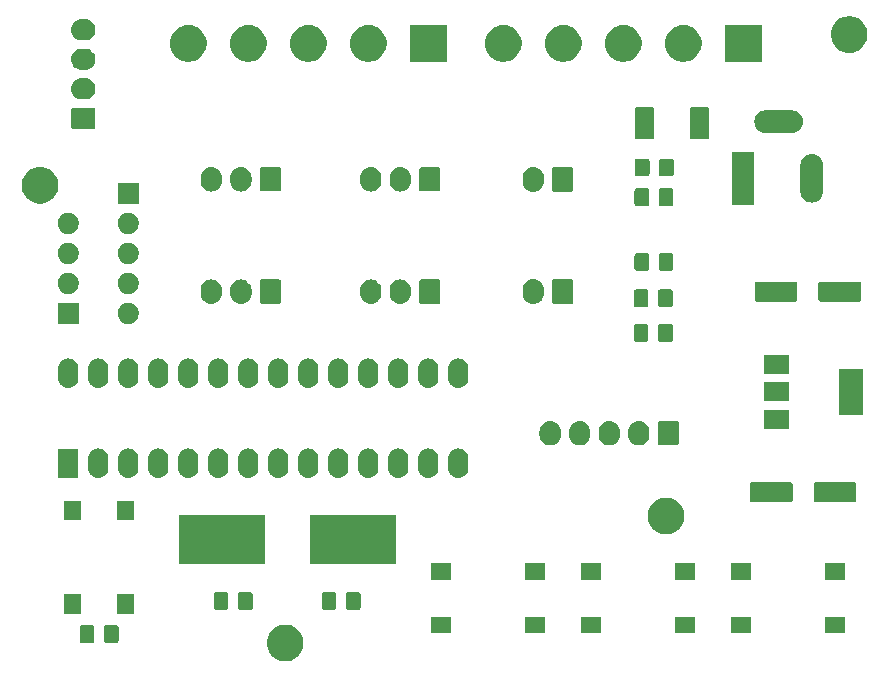
<source format=gbr>
G04 #@! TF.GenerationSoftware,KiCad,Pcbnew,(5.1.5)-2*
G04 #@! TF.CreationDate,2019-12-21T21:13:50+01:00*
G04 #@! TF.ProjectId,garden-water-system,67617264-656e-42d7-9761-7465722d7379,rev?*
G04 #@! TF.SameCoordinates,Original*
G04 #@! TF.FileFunction,Soldermask,Top*
G04 #@! TF.FilePolarity,Negative*
%FSLAX46Y46*%
G04 Gerber Fmt 4.6, Leading zero omitted, Abs format (unit mm)*
G04 Created by KiCad (PCBNEW (5.1.5)-2) date 2019-12-21 21:13:50*
%MOMM*%
%LPD*%
G04 APERTURE LIST*
%ADD10C,0.100000*%
G04 APERTURE END LIST*
D10*
G36*
X138052585Y-79728802D02*
G01*
X138202410Y-79758604D01*
X138484674Y-79875521D01*
X138738705Y-80045259D01*
X138954741Y-80261295D01*
X139124479Y-80515326D01*
X139241396Y-80797590D01*
X139241396Y-80797591D01*
X139290279Y-81043339D01*
X139301000Y-81097240D01*
X139301000Y-81402760D01*
X139241396Y-81702410D01*
X139124479Y-81984674D01*
X138954741Y-82238705D01*
X138738705Y-82454741D01*
X138484674Y-82624479D01*
X138202410Y-82741396D01*
X138052585Y-82771198D01*
X137902761Y-82801000D01*
X137597239Y-82801000D01*
X137447415Y-82771198D01*
X137297590Y-82741396D01*
X137015326Y-82624479D01*
X136761295Y-82454741D01*
X136545259Y-82238705D01*
X136375521Y-81984674D01*
X136258604Y-81702410D01*
X136199000Y-81402760D01*
X136199000Y-81097240D01*
X136209722Y-81043339D01*
X136258604Y-80797591D01*
X136258604Y-80797590D01*
X136375521Y-80515326D01*
X136545259Y-80261295D01*
X136761295Y-80045259D01*
X137015326Y-79875521D01*
X137297590Y-79758604D01*
X137447415Y-79728802D01*
X137597239Y-79699000D01*
X137902761Y-79699000D01*
X138052585Y-79728802D01*
G37*
G36*
X123488674Y-79753465D02*
G01*
X123526367Y-79764899D01*
X123561103Y-79783466D01*
X123591548Y-79808452D01*
X123616534Y-79838897D01*
X123635101Y-79873633D01*
X123646535Y-79911326D01*
X123651000Y-79956661D01*
X123651000Y-81043339D01*
X123646535Y-81088674D01*
X123635101Y-81126367D01*
X123616534Y-81161103D01*
X123591548Y-81191548D01*
X123561103Y-81216534D01*
X123526367Y-81235101D01*
X123488674Y-81246535D01*
X123443339Y-81251000D01*
X122606661Y-81251000D01*
X122561326Y-81246535D01*
X122523633Y-81235101D01*
X122488897Y-81216534D01*
X122458452Y-81191548D01*
X122433466Y-81161103D01*
X122414899Y-81126367D01*
X122403465Y-81088674D01*
X122399000Y-81043339D01*
X122399000Y-79956661D01*
X122403465Y-79911326D01*
X122414899Y-79873633D01*
X122433466Y-79838897D01*
X122458452Y-79808452D01*
X122488897Y-79783466D01*
X122523633Y-79764899D01*
X122561326Y-79753465D01*
X122606661Y-79749000D01*
X123443339Y-79749000D01*
X123488674Y-79753465D01*
G37*
G36*
X121438674Y-79753465D02*
G01*
X121476367Y-79764899D01*
X121511103Y-79783466D01*
X121541548Y-79808452D01*
X121566534Y-79838897D01*
X121585101Y-79873633D01*
X121596535Y-79911326D01*
X121601000Y-79956661D01*
X121601000Y-81043339D01*
X121596535Y-81088674D01*
X121585101Y-81126367D01*
X121566534Y-81161103D01*
X121541548Y-81191548D01*
X121511103Y-81216534D01*
X121476367Y-81235101D01*
X121438674Y-81246535D01*
X121393339Y-81251000D01*
X120556661Y-81251000D01*
X120511326Y-81246535D01*
X120473633Y-81235101D01*
X120438897Y-81216534D01*
X120408452Y-81191548D01*
X120383466Y-81161103D01*
X120364899Y-81126367D01*
X120353465Y-81088674D01*
X120349000Y-81043339D01*
X120349000Y-79956661D01*
X120353465Y-79911326D01*
X120364899Y-79873633D01*
X120383466Y-79838897D01*
X120408452Y-79808452D01*
X120438897Y-79783466D01*
X120473633Y-79764899D01*
X120511326Y-79753465D01*
X120556661Y-79749000D01*
X121393339Y-79749000D01*
X121438674Y-79753465D01*
G37*
G36*
X164491000Y-80421000D02*
G01*
X162839000Y-80421000D01*
X162839000Y-79019000D01*
X164491000Y-79019000D01*
X164491000Y-80421000D01*
G37*
G36*
X177191000Y-80421000D02*
G01*
X175539000Y-80421000D01*
X175539000Y-79019000D01*
X177191000Y-79019000D01*
X177191000Y-80421000D01*
G37*
G36*
X185141000Y-80421000D02*
G01*
X183489000Y-80421000D01*
X183489000Y-79019000D01*
X185141000Y-79019000D01*
X185141000Y-80421000D01*
G37*
G36*
X172441000Y-80421000D02*
G01*
X170789000Y-80421000D01*
X170789000Y-79019000D01*
X172441000Y-79019000D01*
X172441000Y-80421000D01*
G37*
G36*
X151791000Y-80421000D02*
G01*
X150139000Y-80421000D01*
X150139000Y-79019000D01*
X151791000Y-79019000D01*
X151791000Y-80421000D01*
G37*
G36*
X159741000Y-80421000D02*
G01*
X158089000Y-80421000D01*
X158089000Y-79019000D01*
X159741000Y-79019000D01*
X159741000Y-80421000D01*
G37*
G36*
X124951000Y-78801000D02*
G01*
X123549000Y-78801000D01*
X123549000Y-77149000D01*
X124951000Y-77149000D01*
X124951000Y-78801000D01*
G37*
G36*
X120451000Y-78801000D02*
G01*
X119049000Y-78801000D01*
X119049000Y-77149000D01*
X120451000Y-77149000D01*
X120451000Y-78801000D01*
G37*
G36*
X143973674Y-76953465D02*
G01*
X144011367Y-76964899D01*
X144046103Y-76983466D01*
X144076548Y-77008452D01*
X144101534Y-77038897D01*
X144120101Y-77073633D01*
X144131535Y-77111326D01*
X144136000Y-77156661D01*
X144136000Y-78243339D01*
X144131535Y-78288674D01*
X144120101Y-78326367D01*
X144101534Y-78361103D01*
X144076548Y-78391548D01*
X144046103Y-78416534D01*
X144011367Y-78435101D01*
X143973674Y-78446535D01*
X143928339Y-78451000D01*
X143091661Y-78451000D01*
X143046326Y-78446535D01*
X143008633Y-78435101D01*
X142973897Y-78416534D01*
X142943452Y-78391548D01*
X142918466Y-78361103D01*
X142899899Y-78326367D01*
X142888465Y-78288674D01*
X142884000Y-78243339D01*
X142884000Y-77156661D01*
X142888465Y-77111326D01*
X142899899Y-77073633D01*
X142918466Y-77038897D01*
X142943452Y-77008452D01*
X142973897Y-76983466D01*
X143008633Y-76964899D01*
X143046326Y-76953465D01*
X143091661Y-76949000D01*
X143928339Y-76949000D01*
X143973674Y-76953465D01*
G37*
G36*
X141923674Y-76953465D02*
G01*
X141961367Y-76964899D01*
X141996103Y-76983466D01*
X142026548Y-77008452D01*
X142051534Y-77038897D01*
X142070101Y-77073633D01*
X142081535Y-77111326D01*
X142086000Y-77156661D01*
X142086000Y-78243339D01*
X142081535Y-78288674D01*
X142070101Y-78326367D01*
X142051534Y-78361103D01*
X142026548Y-78391548D01*
X141996103Y-78416534D01*
X141961367Y-78435101D01*
X141923674Y-78446535D01*
X141878339Y-78451000D01*
X141041661Y-78451000D01*
X140996326Y-78446535D01*
X140958633Y-78435101D01*
X140923897Y-78416534D01*
X140893452Y-78391548D01*
X140868466Y-78361103D01*
X140849899Y-78326367D01*
X140838465Y-78288674D01*
X140834000Y-78243339D01*
X140834000Y-77156661D01*
X140838465Y-77111326D01*
X140849899Y-77073633D01*
X140868466Y-77038897D01*
X140893452Y-77008452D01*
X140923897Y-76983466D01*
X140958633Y-76964899D01*
X140996326Y-76953465D01*
X141041661Y-76949000D01*
X141878339Y-76949000D01*
X141923674Y-76953465D01*
G37*
G36*
X132788674Y-76953465D02*
G01*
X132826367Y-76964899D01*
X132861103Y-76983466D01*
X132891548Y-77008452D01*
X132916534Y-77038897D01*
X132935101Y-77073633D01*
X132946535Y-77111326D01*
X132951000Y-77156661D01*
X132951000Y-78243339D01*
X132946535Y-78288674D01*
X132935101Y-78326367D01*
X132916534Y-78361103D01*
X132891548Y-78391548D01*
X132861103Y-78416534D01*
X132826367Y-78435101D01*
X132788674Y-78446535D01*
X132743339Y-78451000D01*
X131906661Y-78451000D01*
X131861326Y-78446535D01*
X131823633Y-78435101D01*
X131788897Y-78416534D01*
X131758452Y-78391548D01*
X131733466Y-78361103D01*
X131714899Y-78326367D01*
X131703465Y-78288674D01*
X131699000Y-78243339D01*
X131699000Y-77156661D01*
X131703465Y-77111326D01*
X131714899Y-77073633D01*
X131733466Y-77038897D01*
X131758452Y-77008452D01*
X131788897Y-76983466D01*
X131823633Y-76964899D01*
X131861326Y-76953465D01*
X131906661Y-76949000D01*
X132743339Y-76949000D01*
X132788674Y-76953465D01*
G37*
G36*
X134838674Y-76953465D02*
G01*
X134876367Y-76964899D01*
X134911103Y-76983466D01*
X134941548Y-77008452D01*
X134966534Y-77038897D01*
X134985101Y-77073633D01*
X134996535Y-77111326D01*
X135001000Y-77156661D01*
X135001000Y-78243339D01*
X134996535Y-78288674D01*
X134985101Y-78326367D01*
X134966534Y-78361103D01*
X134941548Y-78391548D01*
X134911103Y-78416534D01*
X134876367Y-78435101D01*
X134838674Y-78446535D01*
X134793339Y-78451000D01*
X133956661Y-78451000D01*
X133911326Y-78446535D01*
X133873633Y-78435101D01*
X133838897Y-78416534D01*
X133808452Y-78391548D01*
X133783466Y-78361103D01*
X133764899Y-78326367D01*
X133753465Y-78288674D01*
X133749000Y-78243339D01*
X133749000Y-77156661D01*
X133753465Y-77111326D01*
X133764899Y-77073633D01*
X133783466Y-77038897D01*
X133808452Y-77008452D01*
X133838897Y-76983466D01*
X133873633Y-76964899D01*
X133911326Y-76953465D01*
X133956661Y-76949000D01*
X134793339Y-76949000D01*
X134838674Y-76953465D01*
G37*
G36*
X185141000Y-75921000D02*
G01*
X183489000Y-75921000D01*
X183489000Y-74519000D01*
X185141000Y-74519000D01*
X185141000Y-75921000D01*
G37*
G36*
X151791000Y-75921000D02*
G01*
X150139000Y-75921000D01*
X150139000Y-74519000D01*
X151791000Y-74519000D01*
X151791000Y-75921000D01*
G37*
G36*
X172441000Y-75921000D02*
G01*
X170789000Y-75921000D01*
X170789000Y-74519000D01*
X172441000Y-74519000D01*
X172441000Y-75921000D01*
G37*
G36*
X164491000Y-75921000D02*
G01*
X162839000Y-75921000D01*
X162839000Y-74519000D01*
X164491000Y-74519000D01*
X164491000Y-75921000D01*
G37*
G36*
X177191000Y-75921000D02*
G01*
X175539000Y-75921000D01*
X175539000Y-74519000D01*
X177191000Y-74519000D01*
X177191000Y-75921000D01*
G37*
G36*
X159741000Y-75921000D02*
G01*
X158089000Y-75921000D01*
X158089000Y-74519000D01*
X159741000Y-74519000D01*
X159741000Y-75921000D01*
G37*
G36*
X147148500Y-74601000D02*
G01*
X139871500Y-74601000D01*
X139871500Y-70399000D01*
X147148500Y-70399000D01*
X147148500Y-74601000D01*
G37*
G36*
X136073500Y-74601000D02*
G01*
X128796500Y-74601000D01*
X128796500Y-70399000D01*
X136073500Y-70399000D01*
X136073500Y-74601000D01*
G37*
G36*
X170302585Y-68978802D02*
G01*
X170452410Y-69008604D01*
X170734674Y-69125521D01*
X170988705Y-69295259D01*
X171204741Y-69511295D01*
X171374479Y-69765326D01*
X171491396Y-70047590D01*
X171551000Y-70347240D01*
X171551000Y-70652760D01*
X171491396Y-70952410D01*
X171374479Y-71234674D01*
X171204741Y-71488705D01*
X170988705Y-71704741D01*
X170734674Y-71874479D01*
X170452410Y-71991396D01*
X170302585Y-72021198D01*
X170152761Y-72051000D01*
X169847239Y-72051000D01*
X169697415Y-72021198D01*
X169547590Y-71991396D01*
X169265326Y-71874479D01*
X169011295Y-71704741D01*
X168795259Y-71488705D01*
X168625521Y-71234674D01*
X168508604Y-70952410D01*
X168449000Y-70652760D01*
X168449000Y-70347240D01*
X168508604Y-70047590D01*
X168625521Y-69765326D01*
X168795259Y-69511295D01*
X169011295Y-69295259D01*
X169265326Y-69125521D01*
X169547590Y-69008604D01*
X169697415Y-68978802D01*
X169847239Y-68949000D01*
X170152761Y-68949000D01*
X170302585Y-68978802D01*
G37*
G36*
X124951000Y-70851000D02*
G01*
X123549000Y-70851000D01*
X123549000Y-69199000D01*
X124951000Y-69199000D01*
X124951000Y-70851000D01*
G37*
G36*
X120451000Y-70851000D02*
G01*
X119049000Y-70851000D01*
X119049000Y-69199000D01*
X120451000Y-69199000D01*
X120451000Y-70851000D01*
G37*
G36*
X180565997Y-67653051D02*
G01*
X180599652Y-67663261D01*
X180630665Y-67679838D01*
X180657851Y-67702149D01*
X180680162Y-67729335D01*
X180696739Y-67760348D01*
X180706949Y-67794003D01*
X180711000Y-67835138D01*
X180711000Y-69164862D01*
X180706949Y-69205997D01*
X180696739Y-69239652D01*
X180680162Y-69270665D01*
X180657851Y-69297851D01*
X180630665Y-69320162D01*
X180599652Y-69336739D01*
X180565997Y-69346949D01*
X180524862Y-69351000D01*
X177295138Y-69351000D01*
X177254003Y-69346949D01*
X177220348Y-69336739D01*
X177189335Y-69320162D01*
X177162149Y-69297851D01*
X177139838Y-69270665D01*
X177123261Y-69239652D01*
X177113051Y-69205997D01*
X177109000Y-69164862D01*
X177109000Y-67835138D01*
X177113051Y-67794003D01*
X177123261Y-67760348D01*
X177139838Y-67729335D01*
X177162149Y-67702149D01*
X177189335Y-67679838D01*
X177220348Y-67663261D01*
X177254003Y-67653051D01*
X177295138Y-67649000D01*
X180524862Y-67649000D01*
X180565997Y-67653051D01*
G37*
G36*
X185965997Y-67653051D02*
G01*
X185999652Y-67663261D01*
X186030665Y-67679838D01*
X186057851Y-67702149D01*
X186080162Y-67729335D01*
X186096739Y-67760348D01*
X186106949Y-67794003D01*
X186111000Y-67835138D01*
X186111000Y-69164862D01*
X186106949Y-69205997D01*
X186096739Y-69239652D01*
X186080162Y-69270665D01*
X186057851Y-69297851D01*
X186030665Y-69320162D01*
X185999652Y-69336739D01*
X185965997Y-69346949D01*
X185924862Y-69351000D01*
X182695138Y-69351000D01*
X182654003Y-69346949D01*
X182620348Y-69336739D01*
X182589335Y-69320162D01*
X182562149Y-69297851D01*
X182539838Y-69270665D01*
X182523261Y-69239652D01*
X182513051Y-69205997D01*
X182509000Y-69164862D01*
X182509000Y-67835138D01*
X182513051Y-67794003D01*
X182523261Y-67760348D01*
X182539838Y-67729335D01*
X182562149Y-67702149D01*
X182589335Y-67679838D01*
X182620348Y-67663261D01*
X182654003Y-67653051D01*
X182695138Y-67649000D01*
X185924862Y-67649000D01*
X185965997Y-67653051D01*
G37*
G36*
X134786822Y-64801313D02*
G01*
X134947241Y-64849976D01*
X135095077Y-64928995D01*
X135224659Y-65035341D01*
X135331004Y-65164922D01*
X135331005Y-65164924D01*
X135410024Y-65312758D01*
X135458687Y-65473177D01*
X135471000Y-65598196D01*
X135471000Y-66481803D01*
X135458687Y-66606822D01*
X135410024Y-66767242D01*
X135339114Y-66899906D01*
X135331004Y-66915078D01*
X135224659Y-67044659D01*
X135095078Y-67151004D01*
X135095076Y-67151005D01*
X134947242Y-67230024D01*
X134786823Y-67278687D01*
X134620000Y-67295117D01*
X134453178Y-67278687D01*
X134292759Y-67230024D01*
X134144925Y-67151005D01*
X134144923Y-67151004D01*
X134015342Y-67044659D01*
X133908997Y-66915078D01*
X133900887Y-66899906D01*
X133829977Y-66767242D01*
X133781314Y-66606823D01*
X133769000Y-66481803D01*
X133769000Y-65598197D01*
X133781313Y-65473178D01*
X133829976Y-65312759D01*
X133908995Y-65164923D01*
X134015341Y-65035341D01*
X134144922Y-64928996D01*
X134160094Y-64920886D01*
X134292758Y-64849976D01*
X134453177Y-64801313D01*
X134620000Y-64784883D01*
X134786822Y-64801313D01*
G37*
G36*
X132246822Y-64801313D02*
G01*
X132407241Y-64849976D01*
X132555077Y-64928995D01*
X132684659Y-65035341D01*
X132791004Y-65164922D01*
X132791005Y-65164924D01*
X132870024Y-65312758D01*
X132918687Y-65473177D01*
X132931000Y-65598196D01*
X132931000Y-66481803D01*
X132918687Y-66606822D01*
X132870024Y-66767242D01*
X132799114Y-66899906D01*
X132791004Y-66915078D01*
X132684659Y-67044659D01*
X132555078Y-67151004D01*
X132555076Y-67151005D01*
X132407242Y-67230024D01*
X132246823Y-67278687D01*
X132080000Y-67295117D01*
X131913178Y-67278687D01*
X131752759Y-67230024D01*
X131604925Y-67151005D01*
X131604923Y-67151004D01*
X131475342Y-67044659D01*
X131368997Y-66915078D01*
X131360887Y-66899906D01*
X131289977Y-66767242D01*
X131241314Y-66606823D01*
X131229000Y-66481803D01*
X131229000Y-65598197D01*
X131241313Y-65473178D01*
X131289976Y-65312759D01*
X131368995Y-65164923D01*
X131475341Y-65035341D01*
X131604922Y-64928996D01*
X131620094Y-64920886D01*
X131752758Y-64849976D01*
X131913177Y-64801313D01*
X132080000Y-64784883D01*
X132246822Y-64801313D01*
G37*
G36*
X129706822Y-64801313D02*
G01*
X129867241Y-64849976D01*
X130015077Y-64928995D01*
X130144659Y-65035341D01*
X130251004Y-65164922D01*
X130251005Y-65164924D01*
X130330024Y-65312758D01*
X130378687Y-65473177D01*
X130391000Y-65598196D01*
X130391000Y-66481803D01*
X130378687Y-66606822D01*
X130330024Y-66767242D01*
X130259114Y-66899906D01*
X130251004Y-66915078D01*
X130144659Y-67044659D01*
X130015078Y-67151004D01*
X130015076Y-67151005D01*
X129867242Y-67230024D01*
X129706823Y-67278687D01*
X129540000Y-67295117D01*
X129373178Y-67278687D01*
X129212759Y-67230024D01*
X129064925Y-67151005D01*
X129064923Y-67151004D01*
X128935342Y-67044659D01*
X128828997Y-66915078D01*
X128820887Y-66899906D01*
X128749977Y-66767242D01*
X128701314Y-66606823D01*
X128689000Y-66481803D01*
X128689000Y-65598197D01*
X128701313Y-65473178D01*
X128749976Y-65312759D01*
X128828995Y-65164923D01*
X128935341Y-65035341D01*
X129064922Y-64928996D01*
X129080094Y-64920886D01*
X129212758Y-64849976D01*
X129373177Y-64801313D01*
X129540000Y-64784883D01*
X129706822Y-64801313D01*
G37*
G36*
X127166822Y-64801313D02*
G01*
X127327241Y-64849976D01*
X127475077Y-64928995D01*
X127604659Y-65035341D01*
X127711004Y-65164922D01*
X127711005Y-65164924D01*
X127790024Y-65312758D01*
X127838687Y-65473177D01*
X127851000Y-65598196D01*
X127851000Y-66481803D01*
X127838687Y-66606822D01*
X127790024Y-66767242D01*
X127719114Y-66899906D01*
X127711004Y-66915078D01*
X127604659Y-67044659D01*
X127475078Y-67151004D01*
X127475076Y-67151005D01*
X127327242Y-67230024D01*
X127166823Y-67278687D01*
X127000000Y-67295117D01*
X126833178Y-67278687D01*
X126672759Y-67230024D01*
X126524925Y-67151005D01*
X126524923Y-67151004D01*
X126395342Y-67044659D01*
X126288997Y-66915078D01*
X126280887Y-66899906D01*
X126209977Y-66767242D01*
X126161314Y-66606823D01*
X126149000Y-66481803D01*
X126149000Y-65598197D01*
X126161313Y-65473178D01*
X126209976Y-65312759D01*
X126288995Y-65164923D01*
X126395341Y-65035341D01*
X126524922Y-64928996D01*
X126540094Y-64920886D01*
X126672758Y-64849976D01*
X126833177Y-64801313D01*
X127000000Y-64784883D01*
X127166822Y-64801313D01*
G37*
G36*
X124626822Y-64801313D02*
G01*
X124787241Y-64849976D01*
X124935077Y-64928995D01*
X125064659Y-65035341D01*
X125171004Y-65164922D01*
X125171005Y-65164924D01*
X125250024Y-65312758D01*
X125298687Y-65473177D01*
X125311000Y-65598196D01*
X125311000Y-66481803D01*
X125298687Y-66606822D01*
X125250024Y-66767242D01*
X125179114Y-66899906D01*
X125171004Y-66915078D01*
X125064659Y-67044659D01*
X124935078Y-67151004D01*
X124935076Y-67151005D01*
X124787242Y-67230024D01*
X124626823Y-67278687D01*
X124460000Y-67295117D01*
X124293178Y-67278687D01*
X124132759Y-67230024D01*
X123984925Y-67151005D01*
X123984923Y-67151004D01*
X123855342Y-67044659D01*
X123748997Y-66915078D01*
X123740887Y-66899906D01*
X123669977Y-66767242D01*
X123621314Y-66606823D01*
X123609000Y-66481803D01*
X123609000Y-65598197D01*
X123621313Y-65473178D01*
X123669976Y-65312759D01*
X123748995Y-65164923D01*
X123855341Y-65035341D01*
X123984922Y-64928996D01*
X124000094Y-64920886D01*
X124132758Y-64849976D01*
X124293177Y-64801313D01*
X124460000Y-64784883D01*
X124626822Y-64801313D01*
G37*
G36*
X122086822Y-64801313D02*
G01*
X122247241Y-64849976D01*
X122395077Y-64928995D01*
X122524659Y-65035341D01*
X122631004Y-65164922D01*
X122631005Y-65164924D01*
X122710024Y-65312758D01*
X122758687Y-65473177D01*
X122771000Y-65598196D01*
X122771000Y-66481803D01*
X122758687Y-66606822D01*
X122710024Y-66767242D01*
X122639114Y-66899906D01*
X122631004Y-66915078D01*
X122524659Y-67044659D01*
X122395078Y-67151004D01*
X122395076Y-67151005D01*
X122247242Y-67230024D01*
X122086823Y-67278687D01*
X121920000Y-67295117D01*
X121753178Y-67278687D01*
X121592759Y-67230024D01*
X121444925Y-67151005D01*
X121444923Y-67151004D01*
X121315342Y-67044659D01*
X121208997Y-66915078D01*
X121200887Y-66899906D01*
X121129977Y-66767242D01*
X121081314Y-66606823D01*
X121069000Y-66481803D01*
X121069000Y-65598197D01*
X121081313Y-65473178D01*
X121129976Y-65312759D01*
X121208995Y-65164923D01*
X121315341Y-65035341D01*
X121444922Y-64928996D01*
X121460094Y-64920886D01*
X121592758Y-64849976D01*
X121753177Y-64801313D01*
X121920000Y-64784883D01*
X122086822Y-64801313D01*
G37*
G36*
X152566822Y-64801313D02*
G01*
X152727241Y-64849976D01*
X152875077Y-64928995D01*
X153004659Y-65035341D01*
X153111004Y-65164922D01*
X153111005Y-65164924D01*
X153190024Y-65312758D01*
X153238687Y-65473177D01*
X153251000Y-65598196D01*
X153251000Y-66481803D01*
X153238687Y-66606822D01*
X153190024Y-66767242D01*
X153119114Y-66899906D01*
X153111004Y-66915078D01*
X153004659Y-67044659D01*
X152875078Y-67151004D01*
X152875076Y-67151005D01*
X152727242Y-67230024D01*
X152566823Y-67278687D01*
X152400000Y-67295117D01*
X152233178Y-67278687D01*
X152072759Y-67230024D01*
X151924925Y-67151005D01*
X151924923Y-67151004D01*
X151795342Y-67044659D01*
X151688997Y-66915078D01*
X151680887Y-66899906D01*
X151609977Y-66767242D01*
X151561314Y-66606823D01*
X151549000Y-66481803D01*
X151549000Y-65598197D01*
X151561313Y-65473178D01*
X151609976Y-65312759D01*
X151688995Y-65164923D01*
X151795341Y-65035341D01*
X151924922Y-64928996D01*
X151940094Y-64920886D01*
X152072758Y-64849976D01*
X152233177Y-64801313D01*
X152400000Y-64784883D01*
X152566822Y-64801313D01*
G37*
G36*
X139866822Y-64801313D02*
G01*
X140027241Y-64849976D01*
X140175077Y-64928995D01*
X140304659Y-65035341D01*
X140411004Y-65164922D01*
X140411005Y-65164924D01*
X140490024Y-65312758D01*
X140538687Y-65473177D01*
X140551000Y-65598196D01*
X140551000Y-66481803D01*
X140538687Y-66606822D01*
X140490024Y-66767242D01*
X140419114Y-66899906D01*
X140411004Y-66915078D01*
X140304659Y-67044659D01*
X140175078Y-67151004D01*
X140175076Y-67151005D01*
X140027242Y-67230024D01*
X139866823Y-67278687D01*
X139700000Y-67295117D01*
X139533178Y-67278687D01*
X139372759Y-67230024D01*
X139224925Y-67151005D01*
X139224923Y-67151004D01*
X139095342Y-67044659D01*
X138988997Y-66915078D01*
X138980887Y-66899906D01*
X138909977Y-66767242D01*
X138861314Y-66606823D01*
X138849000Y-66481803D01*
X138849000Y-65598197D01*
X138861313Y-65473178D01*
X138909976Y-65312759D01*
X138988995Y-65164923D01*
X139095341Y-65035341D01*
X139224922Y-64928996D01*
X139240094Y-64920886D01*
X139372758Y-64849976D01*
X139533177Y-64801313D01*
X139700000Y-64784883D01*
X139866822Y-64801313D01*
G37*
G36*
X142406822Y-64801313D02*
G01*
X142567241Y-64849976D01*
X142715077Y-64928995D01*
X142844659Y-65035341D01*
X142951004Y-65164922D01*
X142951005Y-65164924D01*
X143030024Y-65312758D01*
X143078687Y-65473177D01*
X143091000Y-65598196D01*
X143091000Y-66481803D01*
X143078687Y-66606822D01*
X143030024Y-66767242D01*
X142959114Y-66899906D01*
X142951004Y-66915078D01*
X142844659Y-67044659D01*
X142715078Y-67151004D01*
X142715076Y-67151005D01*
X142567242Y-67230024D01*
X142406823Y-67278687D01*
X142240000Y-67295117D01*
X142073178Y-67278687D01*
X141912759Y-67230024D01*
X141764925Y-67151005D01*
X141764923Y-67151004D01*
X141635342Y-67044659D01*
X141528997Y-66915078D01*
X141520887Y-66899906D01*
X141449977Y-66767242D01*
X141401314Y-66606823D01*
X141389000Y-66481803D01*
X141389000Y-65598197D01*
X141401313Y-65473178D01*
X141449976Y-65312759D01*
X141528995Y-65164923D01*
X141635341Y-65035341D01*
X141764922Y-64928996D01*
X141780094Y-64920886D01*
X141912758Y-64849976D01*
X142073177Y-64801313D01*
X142240000Y-64784883D01*
X142406822Y-64801313D01*
G37*
G36*
X144946822Y-64801313D02*
G01*
X145107241Y-64849976D01*
X145255077Y-64928995D01*
X145384659Y-65035341D01*
X145491004Y-65164922D01*
X145491005Y-65164924D01*
X145570024Y-65312758D01*
X145618687Y-65473177D01*
X145631000Y-65598196D01*
X145631000Y-66481803D01*
X145618687Y-66606822D01*
X145570024Y-66767242D01*
X145499114Y-66899906D01*
X145491004Y-66915078D01*
X145384659Y-67044659D01*
X145255078Y-67151004D01*
X145255076Y-67151005D01*
X145107242Y-67230024D01*
X144946823Y-67278687D01*
X144780000Y-67295117D01*
X144613178Y-67278687D01*
X144452759Y-67230024D01*
X144304925Y-67151005D01*
X144304923Y-67151004D01*
X144175342Y-67044659D01*
X144068997Y-66915078D01*
X144060887Y-66899906D01*
X143989977Y-66767242D01*
X143941314Y-66606823D01*
X143929000Y-66481803D01*
X143929000Y-65598197D01*
X143941313Y-65473178D01*
X143989976Y-65312759D01*
X144068995Y-65164923D01*
X144175341Y-65035341D01*
X144304922Y-64928996D01*
X144320094Y-64920886D01*
X144452758Y-64849976D01*
X144613177Y-64801313D01*
X144780000Y-64784883D01*
X144946822Y-64801313D01*
G37*
G36*
X147486822Y-64801313D02*
G01*
X147647241Y-64849976D01*
X147795077Y-64928995D01*
X147924659Y-65035341D01*
X148031004Y-65164922D01*
X148031005Y-65164924D01*
X148110024Y-65312758D01*
X148158687Y-65473177D01*
X148171000Y-65598196D01*
X148171000Y-66481803D01*
X148158687Y-66606822D01*
X148110024Y-66767242D01*
X148039114Y-66899906D01*
X148031004Y-66915078D01*
X147924659Y-67044659D01*
X147795078Y-67151004D01*
X147795076Y-67151005D01*
X147647242Y-67230024D01*
X147486823Y-67278687D01*
X147320000Y-67295117D01*
X147153178Y-67278687D01*
X146992759Y-67230024D01*
X146844925Y-67151005D01*
X146844923Y-67151004D01*
X146715342Y-67044659D01*
X146608997Y-66915078D01*
X146600887Y-66899906D01*
X146529977Y-66767242D01*
X146481314Y-66606823D01*
X146469000Y-66481803D01*
X146469000Y-65598197D01*
X146481313Y-65473178D01*
X146529976Y-65312759D01*
X146608995Y-65164923D01*
X146715341Y-65035341D01*
X146844922Y-64928996D01*
X146860094Y-64920886D01*
X146992758Y-64849976D01*
X147153177Y-64801313D01*
X147320000Y-64784883D01*
X147486822Y-64801313D01*
G37*
G36*
X150026822Y-64801313D02*
G01*
X150187241Y-64849976D01*
X150335077Y-64928995D01*
X150464659Y-65035341D01*
X150571004Y-65164922D01*
X150571005Y-65164924D01*
X150650024Y-65312758D01*
X150698687Y-65473177D01*
X150711000Y-65598196D01*
X150711000Y-66481803D01*
X150698687Y-66606822D01*
X150650024Y-66767242D01*
X150579114Y-66899906D01*
X150571004Y-66915078D01*
X150464659Y-67044659D01*
X150335078Y-67151004D01*
X150335076Y-67151005D01*
X150187242Y-67230024D01*
X150026823Y-67278687D01*
X149860000Y-67295117D01*
X149693178Y-67278687D01*
X149532759Y-67230024D01*
X149384925Y-67151005D01*
X149384923Y-67151004D01*
X149255342Y-67044659D01*
X149148997Y-66915078D01*
X149140887Y-66899906D01*
X149069977Y-66767242D01*
X149021314Y-66606823D01*
X149009000Y-66481803D01*
X149009000Y-65598197D01*
X149021313Y-65473178D01*
X149069976Y-65312759D01*
X149148995Y-65164923D01*
X149255341Y-65035341D01*
X149384922Y-64928996D01*
X149400094Y-64920886D01*
X149532758Y-64849976D01*
X149693177Y-64801313D01*
X149860000Y-64784883D01*
X150026822Y-64801313D01*
G37*
G36*
X137326822Y-64801313D02*
G01*
X137487241Y-64849976D01*
X137635077Y-64928995D01*
X137764659Y-65035341D01*
X137871004Y-65164922D01*
X137871005Y-65164924D01*
X137950024Y-65312758D01*
X137998687Y-65473177D01*
X138011000Y-65598196D01*
X138011000Y-66481803D01*
X137998687Y-66606822D01*
X137950024Y-66767242D01*
X137879114Y-66899906D01*
X137871004Y-66915078D01*
X137764659Y-67044659D01*
X137635078Y-67151004D01*
X137635076Y-67151005D01*
X137487242Y-67230024D01*
X137326823Y-67278687D01*
X137160000Y-67295117D01*
X136993178Y-67278687D01*
X136832759Y-67230024D01*
X136684925Y-67151005D01*
X136684923Y-67151004D01*
X136555342Y-67044659D01*
X136448997Y-66915078D01*
X136440887Y-66899906D01*
X136369977Y-66767242D01*
X136321314Y-66606823D01*
X136309000Y-66481803D01*
X136309000Y-65598197D01*
X136321313Y-65473178D01*
X136369976Y-65312759D01*
X136448995Y-65164923D01*
X136555341Y-65035341D01*
X136684922Y-64928996D01*
X136700094Y-64920886D01*
X136832758Y-64849976D01*
X136993177Y-64801313D01*
X137160000Y-64784883D01*
X137326822Y-64801313D01*
G37*
G36*
X120231000Y-67291000D02*
G01*
X118529000Y-67291000D01*
X118529000Y-64789000D01*
X120231000Y-64789000D01*
X120231000Y-67291000D01*
G37*
G36*
X167856627Y-62487037D02*
G01*
X168026466Y-62538557D01*
X168182991Y-62622222D01*
X168218729Y-62651552D01*
X168320186Y-62734814D01*
X168403448Y-62836271D01*
X168432778Y-62872009D01*
X168516443Y-63028534D01*
X168567963Y-63198374D01*
X168581000Y-63330743D01*
X168581000Y-63669258D01*
X168567963Y-63801627D01*
X168516443Y-63971466D01*
X168432778Y-64127991D01*
X168403448Y-64163729D01*
X168320186Y-64265186D01*
X168182989Y-64377779D01*
X168026467Y-64461442D01*
X168026465Y-64461443D01*
X167856626Y-64512963D01*
X167680000Y-64530359D01*
X167503373Y-64512963D01*
X167333534Y-64461443D01*
X167177009Y-64377778D01*
X167134750Y-64343097D01*
X167039814Y-64265186D01*
X166927221Y-64127989D01*
X166843558Y-63971467D01*
X166843557Y-63971465D01*
X166792037Y-63801626D01*
X166779000Y-63669257D01*
X166779000Y-63330742D01*
X166792037Y-63198373D01*
X166843557Y-63028534D01*
X166927222Y-62872009D01*
X167039815Y-62734815D01*
X167177010Y-62622222D01*
X167333535Y-62538557D01*
X167503374Y-62487037D01*
X167680000Y-62469641D01*
X167856627Y-62487037D01*
G37*
G36*
X160356627Y-62487037D02*
G01*
X160526466Y-62538557D01*
X160682991Y-62622222D01*
X160718729Y-62651552D01*
X160820186Y-62734814D01*
X160903448Y-62836271D01*
X160932778Y-62872009D01*
X161016443Y-63028534D01*
X161067963Y-63198374D01*
X161081000Y-63330743D01*
X161081000Y-63669258D01*
X161067963Y-63801627D01*
X161016443Y-63971466D01*
X160932778Y-64127991D01*
X160903448Y-64163729D01*
X160820186Y-64265186D01*
X160682989Y-64377779D01*
X160526467Y-64461442D01*
X160526465Y-64461443D01*
X160356626Y-64512963D01*
X160180000Y-64530359D01*
X160003373Y-64512963D01*
X159833534Y-64461443D01*
X159677009Y-64377778D01*
X159634750Y-64343097D01*
X159539814Y-64265186D01*
X159427221Y-64127989D01*
X159343558Y-63971467D01*
X159343557Y-63971465D01*
X159292037Y-63801626D01*
X159279000Y-63669257D01*
X159279000Y-63330742D01*
X159292037Y-63198373D01*
X159343557Y-63028534D01*
X159427222Y-62872009D01*
X159539815Y-62734815D01*
X159677010Y-62622222D01*
X159833535Y-62538557D01*
X160003374Y-62487037D01*
X160180000Y-62469641D01*
X160356627Y-62487037D01*
G37*
G36*
X165356627Y-62487037D02*
G01*
X165526466Y-62538557D01*
X165682991Y-62622222D01*
X165718729Y-62651552D01*
X165820186Y-62734814D01*
X165903448Y-62836271D01*
X165932778Y-62872009D01*
X166016443Y-63028534D01*
X166067963Y-63198374D01*
X166081000Y-63330743D01*
X166081000Y-63669258D01*
X166067963Y-63801627D01*
X166016443Y-63971466D01*
X165932778Y-64127991D01*
X165903448Y-64163729D01*
X165820186Y-64265186D01*
X165682989Y-64377779D01*
X165526467Y-64461442D01*
X165526465Y-64461443D01*
X165356626Y-64512963D01*
X165180000Y-64530359D01*
X165003373Y-64512963D01*
X164833534Y-64461443D01*
X164677009Y-64377778D01*
X164634750Y-64343097D01*
X164539814Y-64265186D01*
X164427221Y-64127989D01*
X164343558Y-63971467D01*
X164343557Y-63971465D01*
X164292037Y-63801626D01*
X164279000Y-63669257D01*
X164279000Y-63330742D01*
X164292037Y-63198373D01*
X164343557Y-63028534D01*
X164427222Y-62872009D01*
X164539815Y-62734815D01*
X164677010Y-62622222D01*
X164833535Y-62538557D01*
X165003374Y-62487037D01*
X165180000Y-62469641D01*
X165356627Y-62487037D01*
G37*
G36*
X162856627Y-62487037D02*
G01*
X163026466Y-62538557D01*
X163182991Y-62622222D01*
X163218729Y-62651552D01*
X163320186Y-62734814D01*
X163403448Y-62836271D01*
X163432778Y-62872009D01*
X163516443Y-63028534D01*
X163567963Y-63198374D01*
X163581000Y-63330743D01*
X163581000Y-63669258D01*
X163567963Y-63801627D01*
X163516443Y-63971466D01*
X163432778Y-64127991D01*
X163403448Y-64163729D01*
X163320186Y-64265186D01*
X163182989Y-64377779D01*
X163026467Y-64461442D01*
X163026465Y-64461443D01*
X162856626Y-64512963D01*
X162680000Y-64530359D01*
X162503373Y-64512963D01*
X162333534Y-64461443D01*
X162177009Y-64377778D01*
X162134750Y-64343097D01*
X162039814Y-64265186D01*
X161927221Y-64127989D01*
X161843558Y-63971467D01*
X161843557Y-63971465D01*
X161792037Y-63801626D01*
X161779000Y-63669257D01*
X161779000Y-63330742D01*
X161792037Y-63198373D01*
X161843557Y-63028534D01*
X161927222Y-62872009D01*
X162039815Y-62734815D01*
X162177010Y-62622222D01*
X162333535Y-62538557D01*
X162503374Y-62487037D01*
X162680000Y-62469641D01*
X162856627Y-62487037D01*
G37*
G36*
X170938600Y-62477989D02*
G01*
X170971652Y-62488015D01*
X171002103Y-62504292D01*
X171028799Y-62526201D01*
X171050708Y-62552897D01*
X171066985Y-62583348D01*
X171077011Y-62616400D01*
X171081000Y-62656903D01*
X171081000Y-64343097D01*
X171077011Y-64383600D01*
X171066985Y-64416652D01*
X171050708Y-64447103D01*
X171028799Y-64473799D01*
X171002103Y-64495708D01*
X170971652Y-64511985D01*
X170938600Y-64522011D01*
X170898097Y-64526000D01*
X169461903Y-64526000D01*
X169421400Y-64522011D01*
X169388348Y-64511985D01*
X169357897Y-64495708D01*
X169331201Y-64473799D01*
X169309292Y-64447103D01*
X169293015Y-64416652D01*
X169282989Y-64383600D01*
X169279000Y-64343097D01*
X169279000Y-62656903D01*
X169282989Y-62616400D01*
X169293015Y-62583348D01*
X169309292Y-62552897D01*
X169331201Y-62526201D01*
X169357897Y-62504292D01*
X169388348Y-62488015D01*
X169421400Y-62477989D01*
X169461903Y-62474000D01*
X170898097Y-62474000D01*
X170938600Y-62477989D01*
G37*
G36*
X180401000Y-63101000D02*
G01*
X178299000Y-63101000D01*
X178299000Y-61499000D01*
X180401000Y-61499000D01*
X180401000Y-63101000D01*
G37*
G36*
X186701000Y-61951000D02*
G01*
X184599000Y-61951000D01*
X184599000Y-58049000D01*
X186701000Y-58049000D01*
X186701000Y-61951000D01*
G37*
G36*
X180401000Y-60801000D02*
G01*
X178299000Y-60801000D01*
X178299000Y-59199000D01*
X180401000Y-59199000D01*
X180401000Y-60801000D01*
G37*
G36*
X152566822Y-57181313D02*
G01*
X152727241Y-57229976D01*
X152875077Y-57308995D01*
X153004659Y-57415341D01*
X153111004Y-57544922D01*
X153111005Y-57544924D01*
X153190024Y-57692758D01*
X153238687Y-57853177D01*
X153251000Y-57978196D01*
X153251000Y-58861803D01*
X153238687Y-58986822D01*
X153190024Y-59147242D01*
X153119114Y-59279906D01*
X153111004Y-59295078D01*
X153004659Y-59424659D01*
X152875078Y-59531004D01*
X152875076Y-59531005D01*
X152727242Y-59610024D01*
X152566823Y-59658687D01*
X152400000Y-59675117D01*
X152233178Y-59658687D01*
X152072759Y-59610024D01*
X151924925Y-59531005D01*
X151924923Y-59531004D01*
X151795342Y-59424659D01*
X151688997Y-59295078D01*
X151680887Y-59279906D01*
X151609977Y-59147242D01*
X151561314Y-58986823D01*
X151549000Y-58861803D01*
X151549000Y-57978197D01*
X151561313Y-57853178D01*
X151609976Y-57692759D01*
X151688995Y-57544923D01*
X151795341Y-57415341D01*
X151924922Y-57308996D01*
X151940094Y-57300886D01*
X152072758Y-57229976D01*
X152233177Y-57181313D01*
X152400000Y-57164883D01*
X152566822Y-57181313D01*
G37*
G36*
X150026822Y-57181313D02*
G01*
X150187241Y-57229976D01*
X150335077Y-57308995D01*
X150464659Y-57415341D01*
X150571004Y-57544922D01*
X150571005Y-57544924D01*
X150650024Y-57692758D01*
X150698687Y-57853177D01*
X150711000Y-57978196D01*
X150711000Y-58861803D01*
X150698687Y-58986822D01*
X150650024Y-59147242D01*
X150579114Y-59279906D01*
X150571004Y-59295078D01*
X150464659Y-59424659D01*
X150335078Y-59531004D01*
X150335076Y-59531005D01*
X150187242Y-59610024D01*
X150026823Y-59658687D01*
X149860000Y-59675117D01*
X149693178Y-59658687D01*
X149532759Y-59610024D01*
X149384925Y-59531005D01*
X149384923Y-59531004D01*
X149255342Y-59424659D01*
X149148997Y-59295078D01*
X149140887Y-59279906D01*
X149069977Y-59147242D01*
X149021314Y-58986823D01*
X149009000Y-58861803D01*
X149009000Y-57978197D01*
X149021313Y-57853178D01*
X149069976Y-57692759D01*
X149148995Y-57544923D01*
X149255341Y-57415341D01*
X149384922Y-57308996D01*
X149400094Y-57300886D01*
X149532758Y-57229976D01*
X149693177Y-57181313D01*
X149860000Y-57164883D01*
X150026822Y-57181313D01*
G37*
G36*
X147486822Y-57181313D02*
G01*
X147647241Y-57229976D01*
X147795077Y-57308995D01*
X147924659Y-57415341D01*
X148031004Y-57544922D01*
X148031005Y-57544924D01*
X148110024Y-57692758D01*
X148158687Y-57853177D01*
X148171000Y-57978196D01*
X148171000Y-58861803D01*
X148158687Y-58986822D01*
X148110024Y-59147242D01*
X148039114Y-59279906D01*
X148031004Y-59295078D01*
X147924659Y-59424659D01*
X147795078Y-59531004D01*
X147795076Y-59531005D01*
X147647242Y-59610024D01*
X147486823Y-59658687D01*
X147320000Y-59675117D01*
X147153178Y-59658687D01*
X146992759Y-59610024D01*
X146844925Y-59531005D01*
X146844923Y-59531004D01*
X146715342Y-59424659D01*
X146608997Y-59295078D01*
X146600887Y-59279906D01*
X146529977Y-59147242D01*
X146481314Y-58986823D01*
X146469000Y-58861803D01*
X146469000Y-57978197D01*
X146481313Y-57853178D01*
X146529976Y-57692759D01*
X146608995Y-57544923D01*
X146715341Y-57415341D01*
X146844922Y-57308996D01*
X146860094Y-57300886D01*
X146992758Y-57229976D01*
X147153177Y-57181313D01*
X147320000Y-57164883D01*
X147486822Y-57181313D01*
G37*
G36*
X144946822Y-57181313D02*
G01*
X145107241Y-57229976D01*
X145255077Y-57308995D01*
X145384659Y-57415341D01*
X145491004Y-57544922D01*
X145491005Y-57544924D01*
X145570024Y-57692758D01*
X145618687Y-57853177D01*
X145631000Y-57978196D01*
X145631000Y-58861803D01*
X145618687Y-58986822D01*
X145570024Y-59147242D01*
X145499114Y-59279906D01*
X145491004Y-59295078D01*
X145384659Y-59424659D01*
X145255078Y-59531004D01*
X145255076Y-59531005D01*
X145107242Y-59610024D01*
X144946823Y-59658687D01*
X144780000Y-59675117D01*
X144613178Y-59658687D01*
X144452759Y-59610024D01*
X144304925Y-59531005D01*
X144304923Y-59531004D01*
X144175342Y-59424659D01*
X144068997Y-59295078D01*
X144060887Y-59279906D01*
X143989977Y-59147242D01*
X143941314Y-58986823D01*
X143929000Y-58861803D01*
X143929000Y-57978197D01*
X143941313Y-57853178D01*
X143989976Y-57692759D01*
X144068995Y-57544923D01*
X144175341Y-57415341D01*
X144304922Y-57308996D01*
X144320094Y-57300886D01*
X144452758Y-57229976D01*
X144613177Y-57181313D01*
X144780000Y-57164883D01*
X144946822Y-57181313D01*
G37*
G36*
X142406822Y-57181313D02*
G01*
X142567241Y-57229976D01*
X142715077Y-57308995D01*
X142844659Y-57415341D01*
X142951004Y-57544922D01*
X142951005Y-57544924D01*
X143030024Y-57692758D01*
X143078687Y-57853177D01*
X143091000Y-57978196D01*
X143091000Y-58861803D01*
X143078687Y-58986822D01*
X143030024Y-59147242D01*
X142959114Y-59279906D01*
X142951004Y-59295078D01*
X142844659Y-59424659D01*
X142715078Y-59531004D01*
X142715076Y-59531005D01*
X142567242Y-59610024D01*
X142406823Y-59658687D01*
X142240000Y-59675117D01*
X142073178Y-59658687D01*
X141912759Y-59610024D01*
X141764925Y-59531005D01*
X141764923Y-59531004D01*
X141635342Y-59424659D01*
X141528997Y-59295078D01*
X141520887Y-59279906D01*
X141449977Y-59147242D01*
X141401314Y-58986823D01*
X141389000Y-58861803D01*
X141389000Y-57978197D01*
X141401313Y-57853178D01*
X141449976Y-57692759D01*
X141528995Y-57544923D01*
X141635341Y-57415341D01*
X141764922Y-57308996D01*
X141780094Y-57300886D01*
X141912758Y-57229976D01*
X142073177Y-57181313D01*
X142240000Y-57164883D01*
X142406822Y-57181313D01*
G37*
G36*
X139866822Y-57181313D02*
G01*
X140027241Y-57229976D01*
X140175077Y-57308995D01*
X140304659Y-57415341D01*
X140411004Y-57544922D01*
X140411005Y-57544924D01*
X140490024Y-57692758D01*
X140538687Y-57853177D01*
X140551000Y-57978196D01*
X140551000Y-58861803D01*
X140538687Y-58986822D01*
X140490024Y-59147242D01*
X140419114Y-59279906D01*
X140411004Y-59295078D01*
X140304659Y-59424659D01*
X140175078Y-59531004D01*
X140175076Y-59531005D01*
X140027242Y-59610024D01*
X139866823Y-59658687D01*
X139700000Y-59675117D01*
X139533178Y-59658687D01*
X139372759Y-59610024D01*
X139224925Y-59531005D01*
X139224923Y-59531004D01*
X139095342Y-59424659D01*
X138988997Y-59295078D01*
X138980887Y-59279906D01*
X138909977Y-59147242D01*
X138861314Y-58986823D01*
X138849000Y-58861803D01*
X138849000Y-57978197D01*
X138861313Y-57853178D01*
X138909976Y-57692759D01*
X138988995Y-57544923D01*
X139095341Y-57415341D01*
X139224922Y-57308996D01*
X139240094Y-57300886D01*
X139372758Y-57229976D01*
X139533177Y-57181313D01*
X139700000Y-57164883D01*
X139866822Y-57181313D01*
G37*
G36*
X137326822Y-57181313D02*
G01*
X137487241Y-57229976D01*
X137635077Y-57308995D01*
X137764659Y-57415341D01*
X137871004Y-57544922D01*
X137871005Y-57544924D01*
X137950024Y-57692758D01*
X137998687Y-57853177D01*
X138011000Y-57978196D01*
X138011000Y-58861803D01*
X137998687Y-58986822D01*
X137950024Y-59147242D01*
X137879114Y-59279906D01*
X137871004Y-59295078D01*
X137764659Y-59424659D01*
X137635078Y-59531004D01*
X137635076Y-59531005D01*
X137487242Y-59610024D01*
X137326823Y-59658687D01*
X137160000Y-59675117D01*
X136993178Y-59658687D01*
X136832759Y-59610024D01*
X136684925Y-59531005D01*
X136684923Y-59531004D01*
X136555342Y-59424659D01*
X136448997Y-59295078D01*
X136440887Y-59279906D01*
X136369977Y-59147242D01*
X136321314Y-58986823D01*
X136309000Y-58861803D01*
X136309000Y-57978197D01*
X136321313Y-57853178D01*
X136369976Y-57692759D01*
X136448995Y-57544923D01*
X136555341Y-57415341D01*
X136684922Y-57308996D01*
X136700094Y-57300886D01*
X136832758Y-57229976D01*
X136993177Y-57181313D01*
X137160000Y-57164883D01*
X137326822Y-57181313D01*
G37*
G36*
X129706822Y-57181313D02*
G01*
X129867241Y-57229976D01*
X130015077Y-57308995D01*
X130144659Y-57415341D01*
X130251004Y-57544922D01*
X130251005Y-57544924D01*
X130330024Y-57692758D01*
X130378687Y-57853177D01*
X130391000Y-57978196D01*
X130391000Y-58861803D01*
X130378687Y-58986822D01*
X130330024Y-59147242D01*
X130259114Y-59279906D01*
X130251004Y-59295078D01*
X130144659Y-59424659D01*
X130015078Y-59531004D01*
X130015076Y-59531005D01*
X129867242Y-59610024D01*
X129706823Y-59658687D01*
X129540000Y-59675117D01*
X129373178Y-59658687D01*
X129212759Y-59610024D01*
X129064925Y-59531005D01*
X129064923Y-59531004D01*
X128935342Y-59424659D01*
X128828997Y-59295078D01*
X128820887Y-59279906D01*
X128749977Y-59147242D01*
X128701314Y-58986823D01*
X128689000Y-58861803D01*
X128689000Y-57978197D01*
X128701313Y-57853178D01*
X128749976Y-57692759D01*
X128828995Y-57544923D01*
X128935341Y-57415341D01*
X129064922Y-57308996D01*
X129080094Y-57300886D01*
X129212758Y-57229976D01*
X129373177Y-57181313D01*
X129540000Y-57164883D01*
X129706822Y-57181313D01*
G37*
G36*
X134786822Y-57181313D02*
G01*
X134947241Y-57229976D01*
X135095077Y-57308995D01*
X135224659Y-57415341D01*
X135331004Y-57544922D01*
X135331005Y-57544924D01*
X135410024Y-57692758D01*
X135458687Y-57853177D01*
X135471000Y-57978196D01*
X135471000Y-58861803D01*
X135458687Y-58986822D01*
X135410024Y-59147242D01*
X135339114Y-59279906D01*
X135331004Y-59295078D01*
X135224659Y-59424659D01*
X135095078Y-59531004D01*
X135095076Y-59531005D01*
X134947242Y-59610024D01*
X134786823Y-59658687D01*
X134620000Y-59675117D01*
X134453178Y-59658687D01*
X134292759Y-59610024D01*
X134144925Y-59531005D01*
X134144923Y-59531004D01*
X134015342Y-59424659D01*
X133908997Y-59295078D01*
X133900887Y-59279906D01*
X133829977Y-59147242D01*
X133781314Y-58986823D01*
X133769000Y-58861803D01*
X133769000Y-57978197D01*
X133781313Y-57853178D01*
X133829976Y-57692759D01*
X133908995Y-57544923D01*
X134015341Y-57415341D01*
X134144922Y-57308996D01*
X134160094Y-57300886D01*
X134292758Y-57229976D01*
X134453177Y-57181313D01*
X134620000Y-57164883D01*
X134786822Y-57181313D01*
G37*
G36*
X127166822Y-57181313D02*
G01*
X127327241Y-57229976D01*
X127475077Y-57308995D01*
X127604659Y-57415341D01*
X127711004Y-57544922D01*
X127711005Y-57544924D01*
X127790024Y-57692758D01*
X127838687Y-57853177D01*
X127851000Y-57978196D01*
X127851000Y-58861803D01*
X127838687Y-58986822D01*
X127790024Y-59147242D01*
X127719114Y-59279906D01*
X127711004Y-59295078D01*
X127604659Y-59424659D01*
X127475078Y-59531004D01*
X127475076Y-59531005D01*
X127327242Y-59610024D01*
X127166823Y-59658687D01*
X127000000Y-59675117D01*
X126833178Y-59658687D01*
X126672759Y-59610024D01*
X126524925Y-59531005D01*
X126524923Y-59531004D01*
X126395342Y-59424659D01*
X126288997Y-59295078D01*
X126280887Y-59279906D01*
X126209977Y-59147242D01*
X126161314Y-58986823D01*
X126149000Y-58861803D01*
X126149000Y-57978197D01*
X126161313Y-57853178D01*
X126209976Y-57692759D01*
X126288995Y-57544923D01*
X126395341Y-57415341D01*
X126524922Y-57308996D01*
X126540094Y-57300886D01*
X126672758Y-57229976D01*
X126833177Y-57181313D01*
X127000000Y-57164883D01*
X127166822Y-57181313D01*
G37*
G36*
X124626822Y-57181313D02*
G01*
X124787241Y-57229976D01*
X124935077Y-57308995D01*
X125064659Y-57415341D01*
X125171004Y-57544922D01*
X125171005Y-57544924D01*
X125250024Y-57692758D01*
X125298687Y-57853177D01*
X125311000Y-57978196D01*
X125311000Y-58861803D01*
X125298687Y-58986822D01*
X125250024Y-59147242D01*
X125179114Y-59279906D01*
X125171004Y-59295078D01*
X125064659Y-59424659D01*
X124935078Y-59531004D01*
X124935076Y-59531005D01*
X124787242Y-59610024D01*
X124626823Y-59658687D01*
X124460000Y-59675117D01*
X124293178Y-59658687D01*
X124132759Y-59610024D01*
X123984925Y-59531005D01*
X123984923Y-59531004D01*
X123855342Y-59424659D01*
X123748997Y-59295078D01*
X123740887Y-59279906D01*
X123669977Y-59147242D01*
X123621314Y-58986823D01*
X123609000Y-58861803D01*
X123609000Y-57978197D01*
X123621313Y-57853178D01*
X123669976Y-57692759D01*
X123748995Y-57544923D01*
X123855341Y-57415341D01*
X123984922Y-57308996D01*
X124000094Y-57300886D01*
X124132758Y-57229976D01*
X124293177Y-57181313D01*
X124460000Y-57164883D01*
X124626822Y-57181313D01*
G37*
G36*
X132246822Y-57181313D02*
G01*
X132407241Y-57229976D01*
X132555077Y-57308995D01*
X132684659Y-57415341D01*
X132791004Y-57544922D01*
X132791005Y-57544924D01*
X132870024Y-57692758D01*
X132918687Y-57853177D01*
X132931000Y-57978196D01*
X132931000Y-58861803D01*
X132918687Y-58986822D01*
X132870024Y-59147242D01*
X132799114Y-59279906D01*
X132791004Y-59295078D01*
X132684659Y-59424659D01*
X132555078Y-59531004D01*
X132555076Y-59531005D01*
X132407242Y-59610024D01*
X132246823Y-59658687D01*
X132080000Y-59675117D01*
X131913178Y-59658687D01*
X131752759Y-59610024D01*
X131604925Y-59531005D01*
X131604923Y-59531004D01*
X131475342Y-59424659D01*
X131368997Y-59295078D01*
X131360887Y-59279906D01*
X131289977Y-59147242D01*
X131241314Y-58986823D01*
X131229000Y-58861803D01*
X131229000Y-57978197D01*
X131241313Y-57853178D01*
X131289976Y-57692759D01*
X131368995Y-57544923D01*
X131475341Y-57415341D01*
X131604922Y-57308996D01*
X131620094Y-57300886D01*
X131752758Y-57229976D01*
X131913177Y-57181313D01*
X132080000Y-57164883D01*
X132246822Y-57181313D01*
G37*
G36*
X119546822Y-57181313D02*
G01*
X119707241Y-57229976D01*
X119855077Y-57308995D01*
X119984659Y-57415341D01*
X120091004Y-57544922D01*
X120091005Y-57544924D01*
X120170024Y-57692758D01*
X120218687Y-57853177D01*
X120231000Y-57978196D01*
X120231000Y-58861803D01*
X120218687Y-58986822D01*
X120170024Y-59147242D01*
X120099114Y-59279906D01*
X120091004Y-59295078D01*
X119984659Y-59424659D01*
X119855078Y-59531004D01*
X119855076Y-59531005D01*
X119707242Y-59610024D01*
X119546823Y-59658687D01*
X119380000Y-59675117D01*
X119213178Y-59658687D01*
X119052759Y-59610024D01*
X118904925Y-59531005D01*
X118904923Y-59531004D01*
X118775342Y-59424659D01*
X118668997Y-59295078D01*
X118660887Y-59279906D01*
X118589977Y-59147242D01*
X118541314Y-58986823D01*
X118529000Y-58861803D01*
X118529000Y-57978197D01*
X118541313Y-57853178D01*
X118589976Y-57692759D01*
X118668995Y-57544923D01*
X118775341Y-57415341D01*
X118904922Y-57308996D01*
X118920094Y-57300886D01*
X119052758Y-57229976D01*
X119213177Y-57181313D01*
X119380000Y-57164883D01*
X119546822Y-57181313D01*
G37*
G36*
X122086822Y-57181313D02*
G01*
X122247241Y-57229976D01*
X122395077Y-57308995D01*
X122524659Y-57415341D01*
X122631004Y-57544922D01*
X122631005Y-57544924D01*
X122710024Y-57692758D01*
X122758687Y-57853177D01*
X122771000Y-57978196D01*
X122771000Y-58861803D01*
X122758687Y-58986822D01*
X122710024Y-59147242D01*
X122639114Y-59279906D01*
X122631004Y-59295078D01*
X122524659Y-59424659D01*
X122395078Y-59531004D01*
X122395076Y-59531005D01*
X122247242Y-59610024D01*
X122086823Y-59658687D01*
X121920000Y-59675117D01*
X121753178Y-59658687D01*
X121592759Y-59610024D01*
X121444925Y-59531005D01*
X121444923Y-59531004D01*
X121315342Y-59424659D01*
X121208997Y-59295078D01*
X121200887Y-59279906D01*
X121129977Y-59147242D01*
X121081314Y-58986823D01*
X121069000Y-58861803D01*
X121069000Y-57978197D01*
X121081313Y-57853178D01*
X121129976Y-57692759D01*
X121208995Y-57544923D01*
X121315341Y-57415341D01*
X121444922Y-57308996D01*
X121460094Y-57300886D01*
X121592758Y-57229976D01*
X121753177Y-57181313D01*
X121920000Y-57164883D01*
X122086822Y-57181313D01*
G37*
G36*
X180401000Y-58501000D02*
G01*
X178299000Y-58501000D01*
X178299000Y-56899000D01*
X180401000Y-56899000D01*
X180401000Y-58501000D01*
G37*
G36*
X170398674Y-54253465D02*
G01*
X170436367Y-54264899D01*
X170471103Y-54283466D01*
X170501548Y-54308452D01*
X170526534Y-54338897D01*
X170545101Y-54373633D01*
X170556535Y-54411326D01*
X170561000Y-54456661D01*
X170561000Y-55543339D01*
X170556535Y-55588674D01*
X170545101Y-55626367D01*
X170526534Y-55661103D01*
X170501548Y-55691548D01*
X170471103Y-55716534D01*
X170436367Y-55735101D01*
X170398674Y-55746535D01*
X170353339Y-55751000D01*
X169516661Y-55751000D01*
X169471326Y-55746535D01*
X169433633Y-55735101D01*
X169398897Y-55716534D01*
X169368452Y-55691548D01*
X169343466Y-55661103D01*
X169324899Y-55626367D01*
X169313465Y-55588674D01*
X169309000Y-55543339D01*
X169309000Y-54456661D01*
X169313465Y-54411326D01*
X169324899Y-54373633D01*
X169343466Y-54338897D01*
X169368452Y-54308452D01*
X169398897Y-54283466D01*
X169433633Y-54264899D01*
X169471326Y-54253465D01*
X169516661Y-54249000D01*
X170353339Y-54249000D01*
X170398674Y-54253465D01*
G37*
G36*
X168348674Y-54253465D02*
G01*
X168386367Y-54264899D01*
X168421103Y-54283466D01*
X168451548Y-54308452D01*
X168476534Y-54338897D01*
X168495101Y-54373633D01*
X168506535Y-54411326D01*
X168511000Y-54456661D01*
X168511000Y-55543339D01*
X168506535Y-55588674D01*
X168495101Y-55626367D01*
X168476534Y-55661103D01*
X168451548Y-55691548D01*
X168421103Y-55716534D01*
X168386367Y-55735101D01*
X168348674Y-55746535D01*
X168303339Y-55751000D01*
X167466661Y-55751000D01*
X167421326Y-55746535D01*
X167383633Y-55735101D01*
X167348897Y-55716534D01*
X167318452Y-55691548D01*
X167293466Y-55661103D01*
X167274899Y-55626367D01*
X167263465Y-55588674D01*
X167259000Y-55543339D01*
X167259000Y-54456661D01*
X167263465Y-54411326D01*
X167274899Y-54373633D01*
X167293466Y-54338897D01*
X167318452Y-54308452D01*
X167348897Y-54283466D01*
X167383633Y-54264899D01*
X167421326Y-54253465D01*
X167466661Y-54249000D01*
X168303339Y-54249000D01*
X168348674Y-54253465D01*
G37*
G36*
X120281000Y-54241000D02*
G01*
X118479000Y-54241000D01*
X118479000Y-52439000D01*
X120281000Y-52439000D01*
X120281000Y-54241000D01*
G37*
G36*
X124562074Y-52441652D02*
G01*
X124722812Y-52473624D01*
X124886784Y-52541544D01*
X125034354Y-52640147D01*
X125159853Y-52765646D01*
X125258456Y-52913216D01*
X125326376Y-53077188D01*
X125361000Y-53251259D01*
X125361000Y-53428741D01*
X125326376Y-53602812D01*
X125258456Y-53766784D01*
X125159853Y-53914354D01*
X125034354Y-54039853D01*
X124886784Y-54138456D01*
X124722812Y-54206376D01*
X124573512Y-54236073D01*
X124548742Y-54241000D01*
X124371258Y-54241000D01*
X124346488Y-54236073D01*
X124197188Y-54206376D01*
X124033216Y-54138456D01*
X123885646Y-54039853D01*
X123760147Y-53914354D01*
X123661544Y-53766784D01*
X123593624Y-53602812D01*
X123559000Y-53428741D01*
X123559000Y-53251259D01*
X123593624Y-53077188D01*
X123661544Y-52913216D01*
X123760147Y-52765646D01*
X123885646Y-52640147D01*
X124033216Y-52541544D01*
X124197188Y-52473624D01*
X124357926Y-52441652D01*
X124371258Y-52439000D01*
X124548742Y-52439000D01*
X124562074Y-52441652D01*
G37*
G36*
X168348674Y-51323465D02*
G01*
X168386367Y-51334899D01*
X168421103Y-51353466D01*
X168451548Y-51378452D01*
X168476534Y-51408897D01*
X168495101Y-51443633D01*
X168506535Y-51481326D01*
X168511000Y-51526661D01*
X168511000Y-52613339D01*
X168506535Y-52658674D01*
X168495101Y-52696367D01*
X168476534Y-52731103D01*
X168451548Y-52761548D01*
X168421103Y-52786534D01*
X168386367Y-52805101D01*
X168348674Y-52816535D01*
X168303339Y-52821000D01*
X167466661Y-52821000D01*
X167421326Y-52816535D01*
X167383633Y-52805101D01*
X167348897Y-52786534D01*
X167318452Y-52761548D01*
X167293466Y-52731103D01*
X167274899Y-52696367D01*
X167263465Y-52658674D01*
X167259000Y-52613339D01*
X167259000Y-51526661D01*
X167263465Y-51481326D01*
X167274899Y-51443633D01*
X167293466Y-51408897D01*
X167318452Y-51378452D01*
X167348897Y-51353466D01*
X167383633Y-51334899D01*
X167421326Y-51323465D01*
X167466661Y-51319000D01*
X168303339Y-51319000D01*
X168348674Y-51323465D01*
G37*
G36*
X170398674Y-51323465D02*
G01*
X170436367Y-51334899D01*
X170471103Y-51353466D01*
X170501548Y-51378452D01*
X170526534Y-51408897D01*
X170545101Y-51443633D01*
X170556535Y-51481326D01*
X170561000Y-51526661D01*
X170561000Y-52613339D01*
X170556535Y-52658674D01*
X170545101Y-52696367D01*
X170526534Y-52731103D01*
X170501548Y-52761548D01*
X170471103Y-52786534D01*
X170436367Y-52805101D01*
X170398674Y-52816535D01*
X170353339Y-52821000D01*
X169516661Y-52821000D01*
X169471326Y-52816535D01*
X169433633Y-52805101D01*
X169398897Y-52786534D01*
X169368452Y-52761548D01*
X169343466Y-52731103D01*
X169324899Y-52696367D01*
X169313465Y-52658674D01*
X169309000Y-52613339D01*
X169309000Y-51526661D01*
X169313465Y-51481326D01*
X169324899Y-51443633D01*
X169343466Y-51408897D01*
X169368452Y-51378452D01*
X169398897Y-51353466D01*
X169433633Y-51334899D01*
X169471326Y-51323465D01*
X169516661Y-51319000D01*
X170353339Y-51319000D01*
X170398674Y-51323465D01*
G37*
G36*
X158926627Y-50462037D02*
G01*
X159096466Y-50513557D01*
X159252991Y-50597222D01*
X159276359Y-50616400D01*
X159390186Y-50709814D01*
X159459277Y-50794003D01*
X159502778Y-50847009D01*
X159586443Y-51003534D01*
X159637963Y-51173374D01*
X159651000Y-51305743D01*
X159651000Y-51694258D01*
X159637963Y-51826627D01*
X159586443Y-51996466D01*
X159502778Y-52152991D01*
X159475004Y-52186833D01*
X159390186Y-52290186D01*
X159252989Y-52402779D01*
X159120446Y-52473625D01*
X159096465Y-52486443D01*
X158926626Y-52537963D01*
X158750000Y-52555359D01*
X158573373Y-52537963D01*
X158403534Y-52486443D01*
X158379552Y-52473624D01*
X158257901Y-52408600D01*
X158247009Y-52402778D01*
X158197822Y-52362411D01*
X158109814Y-52290186D01*
X157997221Y-52152989D01*
X157913558Y-51996467D01*
X157913557Y-51996465D01*
X157862037Y-51826626D01*
X157849000Y-51694257D01*
X157849000Y-51305742D01*
X157862037Y-51173373D01*
X157913557Y-51003534D01*
X157997222Y-50847009D01*
X158109815Y-50709815D01*
X158247010Y-50597222D01*
X158403535Y-50513557D01*
X158573374Y-50462037D01*
X158750000Y-50444641D01*
X158926627Y-50462037D01*
G37*
G36*
X162008600Y-50452989D02*
G01*
X162041652Y-50463015D01*
X162072103Y-50479292D01*
X162098799Y-50501201D01*
X162120708Y-50527897D01*
X162136985Y-50558348D01*
X162147011Y-50591400D01*
X162151000Y-50631903D01*
X162151000Y-52368097D01*
X162147011Y-52408600D01*
X162136985Y-52441652D01*
X162120708Y-52472103D01*
X162098799Y-52498799D01*
X162072103Y-52520708D01*
X162041652Y-52536985D01*
X162008600Y-52547011D01*
X161968097Y-52551000D01*
X160531903Y-52551000D01*
X160491400Y-52547011D01*
X160458348Y-52536985D01*
X160427897Y-52520708D01*
X160401201Y-52498799D01*
X160379292Y-52472103D01*
X160363015Y-52441652D01*
X160352989Y-52408600D01*
X160349000Y-52368097D01*
X160349000Y-50631903D01*
X160352989Y-50591400D01*
X160363015Y-50558348D01*
X160379292Y-50527897D01*
X160401201Y-50501201D01*
X160427897Y-50479292D01*
X160458348Y-50463015D01*
X160491400Y-50452989D01*
X160531903Y-50449000D01*
X161968097Y-50449000D01*
X162008600Y-50452989D01*
G37*
G36*
X134176627Y-50487037D02*
G01*
X134346466Y-50538557D01*
X134502991Y-50622222D01*
X134535620Y-50649000D01*
X134640186Y-50734814D01*
X134722519Y-50835138D01*
X134752778Y-50872009D01*
X134836443Y-51028534D01*
X134887963Y-51198374D01*
X134887963Y-51198376D01*
X134899844Y-51319000D01*
X134901000Y-51330743D01*
X134901000Y-51669258D01*
X134887963Y-51801627D01*
X134836443Y-51971466D01*
X134752778Y-52127991D01*
X134732262Y-52152990D01*
X134640186Y-52265186D01*
X134502989Y-52377779D01*
X134346467Y-52461442D01*
X134346465Y-52461443D01*
X134176626Y-52512963D01*
X134000000Y-52530359D01*
X133823373Y-52512963D01*
X133653534Y-52461443D01*
X133497009Y-52377778D01*
X133439714Y-52330757D01*
X133359814Y-52265186D01*
X133247221Y-52127989D01*
X133163558Y-51971467D01*
X133163557Y-51971465D01*
X133112037Y-51801626D01*
X133102126Y-51701000D01*
X133099000Y-51669259D01*
X133099000Y-51330740D01*
X133112037Y-51198375D01*
X133112037Y-51198373D01*
X133163557Y-51028534D01*
X133247222Y-50872009D01*
X133359815Y-50734815D01*
X133497010Y-50622222D01*
X133653535Y-50538557D01*
X133823374Y-50487037D01*
X134000000Y-50469641D01*
X134176627Y-50487037D01*
G37*
G36*
X131676627Y-50487037D02*
G01*
X131846466Y-50538557D01*
X132002991Y-50622222D01*
X132035620Y-50649000D01*
X132140186Y-50734814D01*
X132222519Y-50835138D01*
X132252778Y-50872009D01*
X132336443Y-51028534D01*
X132387963Y-51198374D01*
X132387963Y-51198376D01*
X132399844Y-51319000D01*
X132401000Y-51330743D01*
X132401000Y-51669258D01*
X132387963Y-51801627D01*
X132336443Y-51971466D01*
X132252778Y-52127991D01*
X132232262Y-52152990D01*
X132140186Y-52265186D01*
X132002989Y-52377779D01*
X131846467Y-52461442D01*
X131846465Y-52461443D01*
X131676626Y-52512963D01*
X131500000Y-52530359D01*
X131323373Y-52512963D01*
X131153534Y-52461443D01*
X130997009Y-52377778D01*
X130939714Y-52330757D01*
X130859814Y-52265186D01*
X130747221Y-52127989D01*
X130663558Y-51971467D01*
X130663557Y-51971465D01*
X130612037Y-51801626D01*
X130602126Y-51701000D01*
X130599000Y-51669259D01*
X130599000Y-51330740D01*
X130612037Y-51198375D01*
X130612037Y-51198373D01*
X130663557Y-51028534D01*
X130747222Y-50872009D01*
X130859815Y-50734815D01*
X130997010Y-50622222D01*
X131153535Y-50538557D01*
X131323374Y-50487037D01*
X131500000Y-50469641D01*
X131676627Y-50487037D01*
G37*
G36*
X145176627Y-50487037D02*
G01*
X145346466Y-50538557D01*
X145502991Y-50622222D01*
X145535620Y-50649000D01*
X145640186Y-50734814D01*
X145722519Y-50835138D01*
X145752778Y-50872009D01*
X145836443Y-51028534D01*
X145887963Y-51198374D01*
X145887963Y-51198376D01*
X145899844Y-51319000D01*
X145901000Y-51330743D01*
X145901000Y-51669258D01*
X145887963Y-51801627D01*
X145836443Y-51971466D01*
X145752778Y-52127991D01*
X145732262Y-52152990D01*
X145640186Y-52265186D01*
X145502989Y-52377779D01*
X145346467Y-52461442D01*
X145346465Y-52461443D01*
X145176626Y-52512963D01*
X145000000Y-52530359D01*
X144823373Y-52512963D01*
X144653534Y-52461443D01*
X144497009Y-52377778D01*
X144439714Y-52330757D01*
X144359814Y-52265186D01*
X144247221Y-52127989D01*
X144163558Y-51971467D01*
X144163557Y-51971465D01*
X144112037Y-51801626D01*
X144102126Y-51701000D01*
X144099000Y-51669259D01*
X144099000Y-51330740D01*
X144112037Y-51198375D01*
X144112037Y-51198373D01*
X144163557Y-51028534D01*
X144247222Y-50872009D01*
X144359815Y-50734815D01*
X144497010Y-50622222D01*
X144653535Y-50538557D01*
X144823374Y-50487037D01*
X145000000Y-50469641D01*
X145176627Y-50487037D01*
G37*
G36*
X147676627Y-50487037D02*
G01*
X147846466Y-50538557D01*
X148002991Y-50622222D01*
X148035620Y-50649000D01*
X148140186Y-50734814D01*
X148222519Y-50835138D01*
X148252778Y-50872009D01*
X148336443Y-51028534D01*
X148387963Y-51198374D01*
X148387963Y-51198376D01*
X148399844Y-51319000D01*
X148401000Y-51330743D01*
X148401000Y-51669258D01*
X148387963Y-51801627D01*
X148336443Y-51971466D01*
X148252778Y-52127991D01*
X148232262Y-52152990D01*
X148140186Y-52265186D01*
X148002989Y-52377779D01*
X147846467Y-52461442D01*
X147846465Y-52461443D01*
X147676626Y-52512963D01*
X147500000Y-52530359D01*
X147323373Y-52512963D01*
X147153534Y-52461443D01*
X146997009Y-52377778D01*
X146939714Y-52330757D01*
X146859814Y-52265186D01*
X146747221Y-52127989D01*
X146663558Y-51971467D01*
X146663557Y-51971465D01*
X146612037Y-51801626D01*
X146602126Y-51701000D01*
X146599000Y-51669259D01*
X146599000Y-51330740D01*
X146612037Y-51198375D01*
X146612037Y-51198373D01*
X146663557Y-51028534D01*
X146747222Y-50872009D01*
X146859815Y-50734815D01*
X146997010Y-50622222D01*
X147153535Y-50538557D01*
X147323374Y-50487037D01*
X147500000Y-50469641D01*
X147676627Y-50487037D01*
G37*
G36*
X137258600Y-50477989D02*
G01*
X137291652Y-50488015D01*
X137322103Y-50504292D01*
X137348799Y-50526201D01*
X137370708Y-50552897D01*
X137386985Y-50583348D01*
X137397011Y-50616400D01*
X137401000Y-50656903D01*
X137401000Y-52343097D01*
X137397011Y-52383600D01*
X137386985Y-52416652D01*
X137370708Y-52447103D01*
X137348799Y-52473799D01*
X137322103Y-52495708D01*
X137291652Y-52511985D01*
X137258600Y-52522011D01*
X137218097Y-52526000D01*
X135781903Y-52526000D01*
X135741400Y-52522011D01*
X135708348Y-52511985D01*
X135677897Y-52495708D01*
X135651201Y-52473799D01*
X135629292Y-52447103D01*
X135613015Y-52416652D01*
X135602989Y-52383600D01*
X135599000Y-52343097D01*
X135599000Y-50656903D01*
X135602989Y-50616400D01*
X135613015Y-50583348D01*
X135629292Y-50552897D01*
X135651201Y-50526201D01*
X135677897Y-50504292D01*
X135708348Y-50488015D01*
X135741400Y-50477989D01*
X135781903Y-50474000D01*
X137218097Y-50474000D01*
X137258600Y-50477989D01*
G37*
G36*
X150758600Y-50477989D02*
G01*
X150791652Y-50488015D01*
X150822103Y-50504292D01*
X150848799Y-50526201D01*
X150870708Y-50552897D01*
X150886985Y-50583348D01*
X150897011Y-50616400D01*
X150901000Y-50656903D01*
X150901000Y-52343097D01*
X150897011Y-52383600D01*
X150886985Y-52416652D01*
X150870708Y-52447103D01*
X150848799Y-52473799D01*
X150822103Y-52495708D01*
X150791652Y-52511985D01*
X150758600Y-52522011D01*
X150718097Y-52526000D01*
X149281903Y-52526000D01*
X149241400Y-52522011D01*
X149208348Y-52511985D01*
X149177897Y-52495708D01*
X149151201Y-52473799D01*
X149129292Y-52447103D01*
X149113015Y-52416652D01*
X149102989Y-52383600D01*
X149099000Y-52343097D01*
X149099000Y-50656903D01*
X149102989Y-50616400D01*
X149113015Y-50583348D01*
X149129292Y-50552897D01*
X149151201Y-50526201D01*
X149177897Y-50504292D01*
X149208348Y-50488015D01*
X149241400Y-50477989D01*
X149281903Y-50474000D01*
X150718097Y-50474000D01*
X150758600Y-50477989D01*
G37*
G36*
X180955997Y-50653051D02*
G01*
X180989652Y-50663261D01*
X181020665Y-50679838D01*
X181047851Y-50702149D01*
X181070162Y-50729335D01*
X181086739Y-50760348D01*
X181096949Y-50794003D01*
X181101000Y-50835138D01*
X181101000Y-52164862D01*
X181096949Y-52205997D01*
X181086739Y-52239652D01*
X181070162Y-52270665D01*
X181047851Y-52297851D01*
X181020665Y-52320162D01*
X180989652Y-52336739D01*
X180955997Y-52346949D01*
X180914862Y-52351000D01*
X177685138Y-52351000D01*
X177644003Y-52346949D01*
X177610348Y-52336739D01*
X177579335Y-52320162D01*
X177552149Y-52297851D01*
X177529838Y-52270665D01*
X177513261Y-52239652D01*
X177503051Y-52205997D01*
X177499000Y-52164862D01*
X177499000Y-50835138D01*
X177503051Y-50794003D01*
X177513261Y-50760348D01*
X177529838Y-50729335D01*
X177552149Y-50702149D01*
X177579335Y-50679838D01*
X177610348Y-50663261D01*
X177644003Y-50653051D01*
X177685138Y-50649000D01*
X180914862Y-50649000D01*
X180955997Y-50653051D01*
G37*
G36*
X186355997Y-50653051D02*
G01*
X186389652Y-50663261D01*
X186420665Y-50679838D01*
X186447851Y-50702149D01*
X186470162Y-50729335D01*
X186486739Y-50760348D01*
X186496949Y-50794003D01*
X186501000Y-50835138D01*
X186501000Y-52164862D01*
X186496949Y-52205997D01*
X186486739Y-52239652D01*
X186470162Y-52270665D01*
X186447851Y-52297851D01*
X186420665Y-52320162D01*
X186389652Y-52336739D01*
X186355997Y-52346949D01*
X186314862Y-52351000D01*
X183085138Y-52351000D01*
X183044003Y-52346949D01*
X183010348Y-52336739D01*
X182979335Y-52320162D01*
X182952149Y-52297851D01*
X182929838Y-52270665D01*
X182913261Y-52239652D01*
X182903051Y-52205997D01*
X182899000Y-52164862D01*
X182899000Y-50835138D01*
X182903051Y-50794003D01*
X182913261Y-50760348D01*
X182929838Y-50729335D01*
X182952149Y-50702149D01*
X182979335Y-50679838D01*
X183010348Y-50663261D01*
X183044003Y-50653051D01*
X183085138Y-50649000D01*
X186314862Y-50649000D01*
X186355997Y-50653051D01*
G37*
G36*
X119493512Y-49903927D02*
G01*
X119642812Y-49933624D01*
X119806784Y-50001544D01*
X119954354Y-50100147D01*
X120079853Y-50225646D01*
X120178456Y-50373216D01*
X120246376Y-50537188D01*
X120281000Y-50711259D01*
X120281000Y-50888741D01*
X120246376Y-51062812D01*
X120178456Y-51226784D01*
X120079853Y-51374354D01*
X119954354Y-51499853D01*
X119806784Y-51598456D01*
X119642812Y-51666376D01*
X119502641Y-51694257D01*
X119468742Y-51701000D01*
X119291258Y-51701000D01*
X119257359Y-51694257D01*
X119117188Y-51666376D01*
X118953216Y-51598456D01*
X118805646Y-51499853D01*
X118680147Y-51374354D01*
X118581544Y-51226784D01*
X118513624Y-51062812D01*
X118479000Y-50888741D01*
X118479000Y-50711259D01*
X118513624Y-50537188D01*
X118581544Y-50373216D01*
X118680147Y-50225646D01*
X118805646Y-50100147D01*
X118953216Y-50001544D01*
X119117188Y-49933624D01*
X119266488Y-49903927D01*
X119291258Y-49899000D01*
X119468742Y-49899000D01*
X119493512Y-49903927D01*
G37*
G36*
X124573512Y-49903927D02*
G01*
X124722812Y-49933624D01*
X124886784Y-50001544D01*
X125034354Y-50100147D01*
X125159853Y-50225646D01*
X125258456Y-50373216D01*
X125326376Y-50537188D01*
X125361000Y-50711259D01*
X125361000Y-50888741D01*
X125326376Y-51062812D01*
X125258456Y-51226784D01*
X125159853Y-51374354D01*
X125034354Y-51499853D01*
X124886784Y-51598456D01*
X124722812Y-51666376D01*
X124582641Y-51694257D01*
X124548742Y-51701000D01*
X124371258Y-51701000D01*
X124337359Y-51694257D01*
X124197188Y-51666376D01*
X124033216Y-51598456D01*
X123885646Y-51499853D01*
X123760147Y-51374354D01*
X123661544Y-51226784D01*
X123593624Y-51062812D01*
X123559000Y-50888741D01*
X123559000Y-50711259D01*
X123593624Y-50537188D01*
X123661544Y-50373216D01*
X123760147Y-50225646D01*
X123885646Y-50100147D01*
X124033216Y-50001544D01*
X124197188Y-49933624D01*
X124346488Y-49903927D01*
X124371258Y-49899000D01*
X124548742Y-49899000D01*
X124573512Y-49903927D01*
G37*
G36*
X170463674Y-48253465D02*
G01*
X170501367Y-48264899D01*
X170536103Y-48283466D01*
X170566548Y-48308452D01*
X170591534Y-48338897D01*
X170610101Y-48373633D01*
X170621535Y-48411326D01*
X170626000Y-48456661D01*
X170626000Y-49543339D01*
X170621535Y-49588674D01*
X170610101Y-49626367D01*
X170591534Y-49661103D01*
X170566548Y-49691548D01*
X170536103Y-49716534D01*
X170501367Y-49735101D01*
X170463674Y-49746535D01*
X170418339Y-49751000D01*
X169581661Y-49751000D01*
X169536326Y-49746535D01*
X169498633Y-49735101D01*
X169463897Y-49716534D01*
X169433452Y-49691548D01*
X169408466Y-49661103D01*
X169389899Y-49626367D01*
X169378465Y-49588674D01*
X169374000Y-49543339D01*
X169374000Y-48456661D01*
X169378465Y-48411326D01*
X169389899Y-48373633D01*
X169408466Y-48338897D01*
X169433452Y-48308452D01*
X169463897Y-48283466D01*
X169498633Y-48264899D01*
X169536326Y-48253465D01*
X169581661Y-48249000D01*
X170418339Y-48249000D01*
X170463674Y-48253465D01*
G37*
G36*
X168413674Y-48253465D02*
G01*
X168451367Y-48264899D01*
X168486103Y-48283466D01*
X168516548Y-48308452D01*
X168541534Y-48338897D01*
X168560101Y-48373633D01*
X168571535Y-48411326D01*
X168576000Y-48456661D01*
X168576000Y-49543339D01*
X168571535Y-49588674D01*
X168560101Y-49626367D01*
X168541534Y-49661103D01*
X168516548Y-49691548D01*
X168486103Y-49716534D01*
X168451367Y-49735101D01*
X168413674Y-49746535D01*
X168368339Y-49751000D01*
X167531661Y-49751000D01*
X167486326Y-49746535D01*
X167448633Y-49735101D01*
X167413897Y-49716534D01*
X167383452Y-49691548D01*
X167358466Y-49661103D01*
X167339899Y-49626367D01*
X167328465Y-49588674D01*
X167324000Y-49543339D01*
X167324000Y-48456661D01*
X167328465Y-48411326D01*
X167339899Y-48373633D01*
X167358466Y-48338897D01*
X167383452Y-48308452D01*
X167413897Y-48283466D01*
X167448633Y-48264899D01*
X167486326Y-48253465D01*
X167531661Y-48249000D01*
X168368339Y-48249000D01*
X168413674Y-48253465D01*
G37*
G36*
X119493512Y-47363927D02*
G01*
X119642812Y-47393624D01*
X119806784Y-47461544D01*
X119954354Y-47560147D01*
X120079853Y-47685646D01*
X120178456Y-47833216D01*
X120246376Y-47997188D01*
X120281000Y-48171259D01*
X120281000Y-48348741D01*
X120246376Y-48522812D01*
X120178456Y-48686784D01*
X120079853Y-48834354D01*
X119954354Y-48959853D01*
X119806784Y-49058456D01*
X119642812Y-49126376D01*
X119493512Y-49156073D01*
X119468742Y-49161000D01*
X119291258Y-49161000D01*
X119266488Y-49156073D01*
X119117188Y-49126376D01*
X118953216Y-49058456D01*
X118805646Y-48959853D01*
X118680147Y-48834354D01*
X118581544Y-48686784D01*
X118513624Y-48522812D01*
X118479000Y-48348741D01*
X118479000Y-48171259D01*
X118513624Y-47997188D01*
X118581544Y-47833216D01*
X118680147Y-47685646D01*
X118805646Y-47560147D01*
X118953216Y-47461544D01*
X119117188Y-47393624D01*
X119266488Y-47363927D01*
X119291258Y-47359000D01*
X119468742Y-47359000D01*
X119493512Y-47363927D01*
G37*
G36*
X124573512Y-47363927D02*
G01*
X124722812Y-47393624D01*
X124886784Y-47461544D01*
X125034354Y-47560147D01*
X125159853Y-47685646D01*
X125258456Y-47833216D01*
X125326376Y-47997188D01*
X125361000Y-48171259D01*
X125361000Y-48348741D01*
X125326376Y-48522812D01*
X125258456Y-48686784D01*
X125159853Y-48834354D01*
X125034354Y-48959853D01*
X124886784Y-49058456D01*
X124722812Y-49126376D01*
X124573512Y-49156073D01*
X124548742Y-49161000D01*
X124371258Y-49161000D01*
X124346488Y-49156073D01*
X124197188Y-49126376D01*
X124033216Y-49058456D01*
X123885646Y-48959853D01*
X123760147Y-48834354D01*
X123661544Y-48686784D01*
X123593624Y-48522812D01*
X123559000Y-48348741D01*
X123559000Y-48171259D01*
X123593624Y-47997188D01*
X123661544Y-47833216D01*
X123760147Y-47685646D01*
X123885646Y-47560147D01*
X124033216Y-47461544D01*
X124197188Y-47393624D01*
X124346488Y-47363927D01*
X124371258Y-47359000D01*
X124548742Y-47359000D01*
X124573512Y-47363927D01*
G37*
G36*
X119493512Y-44823927D02*
G01*
X119642812Y-44853624D01*
X119806784Y-44921544D01*
X119954354Y-45020147D01*
X120079853Y-45145646D01*
X120178456Y-45293216D01*
X120246376Y-45457188D01*
X120281000Y-45631259D01*
X120281000Y-45808741D01*
X120246376Y-45982812D01*
X120178456Y-46146784D01*
X120079853Y-46294354D01*
X119954354Y-46419853D01*
X119806784Y-46518456D01*
X119642812Y-46586376D01*
X119493512Y-46616073D01*
X119468742Y-46621000D01*
X119291258Y-46621000D01*
X119266488Y-46616073D01*
X119117188Y-46586376D01*
X118953216Y-46518456D01*
X118805646Y-46419853D01*
X118680147Y-46294354D01*
X118581544Y-46146784D01*
X118513624Y-45982812D01*
X118479000Y-45808741D01*
X118479000Y-45631259D01*
X118513624Y-45457188D01*
X118581544Y-45293216D01*
X118680147Y-45145646D01*
X118805646Y-45020147D01*
X118953216Y-44921544D01*
X119117188Y-44853624D01*
X119266488Y-44823927D01*
X119291258Y-44819000D01*
X119468742Y-44819000D01*
X119493512Y-44823927D01*
G37*
G36*
X124573512Y-44823927D02*
G01*
X124722812Y-44853624D01*
X124886784Y-44921544D01*
X125034354Y-45020147D01*
X125159853Y-45145646D01*
X125258456Y-45293216D01*
X125326376Y-45457188D01*
X125361000Y-45631259D01*
X125361000Y-45808741D01*
X125326376Y-45982812D01*
X125258456Y-46146784D01*
X125159853Y-46294354D01*
X125034354Y-46419853D01*
X124886784Y-46518456D01*
X124722812Y-46586376D01*
X124573512Y-46616073D01*
X124548742Y-46621000D01*
X124371258Y-46621000D01*
X124346488Y-46616073D01*
X124197188Y-46586376D01*
X124033216Y-46518456D01*
X123885646Y-46419853D01*
X123760147Y-46294354D01*
X123661544Y-46146784D01*
X123593624Y-45982812D01*
X123559000Y-45808741D01*
X123559000Y-45631259D01*
X123593624Y-45457188D01*
X123661544Y-45293216D01*
X123760147Y-45145646D01*
X123885646Y-45020147D01*
X124033216Y-44921544D01*
X124197188Y-44853624D01*
X124346488Y-44823927D01*
X124371258Y-44819000D01*
X124548742Y-44819000D01*
X124573512Y-44823927D01*
G37*
G36*
X168413674Y-42753465D02*
G01*
X168451367Y-42764899D01*
X168486103Y-42783466D01*
X168516548Y-42808452D01*
X168541534Y-42838897D01*
X168560101Y-42873633D01*
X168571535Y-42911326D01*
X168576000Y-42956661D01*
X168576000Y-44043339D01*
X168571535Y-44088674D01*
X168560101Y-44126367D01*
X168541534Y-44161103D01*
X168516548Y-44191548D01*
X168486103Y-44216534D01*
X168451367Y-44235101D01*
X168413674Y-44246535D01*
X168368339Y-44251000D01*
X167531661Y-44251000D01*
X167486326Y-44246535D01*
X167448633Y-44235101D01*
X167413897Y-44216534D01*
X167383452Y-44191548D01*
X167358466Y-44161103D01*
X167339899Y-44126367D01*
X167328465Y-44088674D01*
X167324000Y-44043339D01*
X167324000Y-42956661D01*
X167328465Y-42911326D01*
X167339899Y-42873633D01*
X167358466Y-42838897D01*
X167383452Y-42808452D01*
X167413897Y-42783466D01*
X167448633Y-42764899D01*
X167486326Y-42753465D01*
X167531661Y-42749000D01*
X168368339Y-42749000D01*
X168413674Y-42753465D01*
G37*
G36*
X170463674Y-42753465D02*
G01*
X170501367Y-42764899D01*
X170536103Y-42783466D01*
X170566548Y-42808452D01*
X170591534Y-42838897D01*
X170610101Y-42873633D01*
X170621535Y-42911326D01*
X170626000Y-42956661D01*
X170626000Y-44043339D01*
X170621535Y-44088674D01*
X170610101Y-44126367D01*
X170591534Y-44161103D01*
X170566548Y-44191548D01*
X170536103Y-44216534D01*
X170501367Y-44235101D01*
X170463674Y-44246535D01*
X170418339Y-44251000D01*
X169581661Y-44251000D01*
X169536326Y-44246535D01*
X169498633Y-44235101D01*
X169463897Y-44216534D01*
X169433452Y-44191548D01*
X169408466Y-44161103D01*
X169389899Y-44126367D01*
X169378465Y-44088674D01*
X169374000Y-44043339D01*
X169374000Y-42956661D01*
X169378465Y-42911326D01*
X169389899Y-42873633D01*
X169408466Y-42838897D01*
X169433452Y-42808452D01*
X169463897Y-42783466D01*
X169498633Y-42764899D01*
X169536326Y-42753465D01*
X169581661Y-42749000D01*
X170418339Y-42749000D01*
X170463674Y-42753465D01*
G37*
G36*
X177481000Y-44161000D02*
G01*
X175579000Y-44161000D01*
X175579000Y-39659000D01*
X177481000Y-39659000D01*
X177481000Y-44161000D01*
G37*
G36*
X125361000Y-44081000D02*
G01*
X123559000Y-44081000D01*
X123559000Y-42279000D01*
X125361000Y-42279000D01*
X125361000Y-44081000D01*
G37*
G36*
X117278444Y-40974000D02*
G01*
X117452410Y-41008604D01*
X117734674Y-41125521D01*
X117988705Y-41295259D01*
X118204741Y-41511295D01*
X118374479Y-41765326D01*
X118401575Y-41830743D01*
X118491396Y-42047591D01*
X118551000Y-42347239D01*
X118551000Y-42652761D01*
X118550954Y-42652990D01*
X118491396Y-42952410D01*
X118374479Y-43234674D01*
X118204741Y-43488705D01*
X117988705Y-43704741D01*
X117734674Y-43874479D01*
X117452410Y-43991396D01*
X117302585Y-44021198D01*
X117152761Y-44051000D01*
X116847239Y-44051000D01*
X116697415Y-44021198D01*
X116547590Y-43991396D01*
X116265326Y-43874479D01*
X116011295Y-43704741D01*
X115795259Y-43488705D01*
X115625521Y-43234674D01*
X115508604Y-42952410D01*
X115449046Y-42652990D01*
X115449000Y-42652761D01*
X115449000Y-42347239D01*
X115508604Y-42047591D01*
X115598425Y-41830743D01*
X115625521Y-41765326D01*
X115795259Y-41511295D01*
X116011295Y-41295259D01*
X116265326Y-41125521D01*
X116547590Y-41008604D01*
X116721556Y-40974000D01*
X116847239Y-40949000D01*
X117152761Y-40949000D01*
X117278444Y-40974000D01*
G37*
G36*
X182516424Y-39872760D02*
G01*
X182516427Y-39872761D01*
X182516428Y-39872761D01*
X182695692Y-39927140D01*
X182695695Y-39927142D01*
X182695696Y-39927142D01*
X182860903Y-40015446D01*
X183005712Y-40134288D01*
X183124554Y-40279097D01*
X183198273Y-40417017D01*
X183212860Y-40444307D01*
X183267239Y-40623571D01*
X183267240Y-40623575D01*
X183281000Y-40763282D01*
X183281000Y-43056718D01*
X183267240Y-43196425D01*
X183267239Y-43196428D01*
X183267239Y-43196429D01*
X183212860Y-43375693D01*
X183212858Y-43375696D01*
X183212858Y-43375697D01*
X183124554Y-43540903D01*
X183005712Y-43685712D01*
X182860903Y-43804554D01*
X182695697Y-43892858D01*
X182695693Y-43892860D01*
X182516429Y-43947239D01*
X182516428Y-43947239D01*
X182516425Y-43947240D01*
X182330000Y-43965601D01*
X182143576Y-43947240D01*
X182143573Y-43947239D01*
X182143572Y-43947239D01*
X181964308Y-43892860D01*
X181964304Y-43892858D01*
X181799098Y-43804554D01*
X181654289Y-43685712D01*
X181535447Y-43540903D01*
X181447143Y-43375697D01*
X181447143Y-43375696D01*
X181447141Y-43375693D01*
X181392762Y-43196429D01*
X181392762Y-43196428D01*
X181392761Y-43196425D01*
X181379001Y-43056718D01*
X181379000Y-40763283D01*
X181392760Y-40623576D01*
X181392761Y-40623572D01*
X181447140Y-40444308D01*
X181464769Y-40411326D01*
X181535446Y-40279097D01*
X181654288Y-40134288D01*
X181799097Y-40015446D01*
X181964303Y-39927142D01*
X181964304Y-39927142D01*
X181964307Y-39927140D01*
X182143571Y-39872761D01*
X182143572Y-39872761D01*
X182143575Y-39872760D01*
X182330000Y-39854399D01*
X182516424Y-39872760D01*
G37*
G36*
X158926627Y-40962037D02*
G01*
X159096466Y-41013557D01*
X159252991Y-41097222D01*
X159276359Y-41116400D01*
X159390186Y-41209814D01*
X159473448Y-41311271D01*
X159502778Y-41347009D01*
X159586443Y-41503534D01*
X159637963Y-41673374D01*
X159651000Y-41805743D01*
X159651000Y-42194258D01*
X159637963Y-42326627D01*
X159586443Y-42496466D01*
X159502778Y-42652991D01*
X159473448Y-42688729D01*
X159390186Y-42790186D01*
X159252989Y-42902779D01*
X159120120Y-42973799D01*
X159096465Y-42986443D01*
X158926626Y-43037963D01*
X158750000Y-43055359D01*
X158573373Y-43037963D01*
X158403534Y-42986443D01*
X158247009Y-42902778D01*
X158197822Y-42862411D01*
X158109814Y-42790186D01*
X157997221Y-42652989D01*
X157913558Y-42496467D01*
X157913557Y-42496465D01*
X157862037Y-42326626D01*
X157849000Y-42194257D01*
X157849000Y-41805742D01*
X157852981Y-41765326D01*
X157858909Y-41705131D01*
X157862037Y-41673373D01*
X157913557Y-41503534D01*
X157997222Y-41347009D01*
X158109815Y-41209815D01*
X158247010Y-41097222D01*
X158403535Y-41013557D01*
X158573374Y-40962037D01*
X158750000Y-40944641D01*
X158926627Y-40962037D01*
G37*
G36*
X162008600Y-40952989D02*
G01*
X162041652Y-40963015D01*
X162072103Y-40979292D01*
X162098799Y-41001201D01*
X162120708Y-41027897D01*
X162136985Y-41058348D01*
X162147011Y-41091400D01*
X162151000Y-41131903D01*
X162151000Y-42868097D01*
X162147011Y-42908600D01*
X162136985Y-42941652D01*
X162120708Y-42972103D01*
X162098799Y-42998799D01*
X162072103Y-43020708D01*
X162041652Y-43036985D01*
X162008600Y-43047011D01*
X161968097Y-43051000D01*
X160531903Y-43051000D01*
X160491400Y-43047011D01*
X160458348Y-43036985D01*
X160427897Y-43020708D01*
X160401201Y-42998799D01*
X160379292Y-42972103D01*
X160363015Y-42941652D01*
X160352989Y-42908600D01*
X160349000Y-42868097D01*
X160349000Y-41131903D01*
X160352989Y-41091400D01*
X160363015Y-41058348D01*
X160379292Y-41027897D01*
X160401201Y-41001201D01*
X160427897Y-40979292D01*
X160458348Y-40963015D01*
X160491400Y-40952989D01*
X160531903Y-40949000D01*
X161968097Y-40949000D01*
X162008600Y-40952989D01*
G37*
G36*
X147676627Y-40987037D02*
G01*
X147846466Y-41038557D01*
X148002991Y-41122222D01*
X148038729Y-41151552D01*
X148140186Y-41234814D01*
X148223448Y-41336271D01*
X148252778Y-41372009D01*
X148336443Y-41528534D01*
X148387963Y-41698374D01*
X148391106Y-41730282D01*
X148398538Y-41805740D01*
X148401000Y-41830743D01*
X148401000Y-42169258D01*
X148387963Y-42301627D01*
X148336443Y-42471466D01*
X148252778Y-42627991D01*
X148232262Y-42652990D01*
X148140186Y-42765186D01*
X148002989Y-42877779D01*
X147846467Y-42961442D01*
X147846465Y-42961443D01*
X147676626Y-43012963D01*
X147500000Y-43030359D01*
X147323373Y-43012963D01*
X147153534Y-42961443D01*
X147144588Y-42956661D01*
X146997011Y-42877779D01*
X146997009Y-42877778D01*
X146954750Y-42843097D01*
X146859814Y-42765186D01*
X146747221Y-42627989D01*
X146663558Y-42471467D01*
X146625874Y-42347239D01*
X146612037Y-42301626D01*
X146605518Y-42235441D01*
X146599000Y-42169259D01*
X146599000Y-41830740D01*
X146610248Y-41716534D01*
X146612037Y-41698373D01*
X146663557Y-41528534D01*
X146672772Y-41511295D01*
X146747221Y-41372011D01*
X146747222Y-41372009D01*
X146859815Y-41234815D01*
X146997010Y-41122222D01*
X147153535Y-41038557D01*
X147323374Y-40987037D01*
X147500000Y-40969641D01*
X147676627Y-40987037D01*
G37*
G36*
X131676627Y-40987037D02*
G01*
X131846466Y-41038557D01*
X132002991Y-41122222D01*
X132038729Y-41151552D01*
X132140186Y-41234814D01*
X132223448Y-41336271D01*
X132252778Y-41372009D01*
X132336443Y-41528534D01*
X132387963Y-41698374D01*
X132391106Y-41730282D01*
X132398538Y-41805740D01*
X132401000Y-41830743D01*
X132401000Y-42169258D01*
X132387963Y-42301627D01*
X132336443Y-42471466D01*
X132252778Y-42627991D01*
X132232262Y-42652990D01*
X132140186Y-42765186D01*
X132002989Y-42877779D01*
X131846467Y-42961442D01*
X131846465Y-42961443D01*
X131676626Y-43012963D01*
X131500000Y-43030359D01*
X131323373Y-43012963D01*
X131153534Y-42961443D01*
X131144588Y-42956661D01*
X130997011Y-42877779D01*
X130997009Y-42877778D01*
X130954750Y-42843097D01*
X130859814Y-42765186D01*
X130747221Y-42627989D01*
X130663558Y-42471467D01*
X130625874Y-42347239D01*
X130612037Y-42301626D01*
X130605519Y-42235442D01*
X130599000Y-42169259D01*
X130599000Y-41830740D01*
X130610248Y-41716534D01*
X130612037Y-41698373D01*
X130663557Y-41528534D01*
X130672772Y-41511295D01*
X130747221Y-41372011D01*
X130747222Y-41372009D01*
X130859815Y-41234815D01*
X130997010Y-41122222D01*
X131153535Y-41038557D01*
X131323374Y-40987037D01*
X131500000Y-40969641D01*
X131676627Y-40987037D01*
G37*
G36*
X134176627Y-40987037D02*
G01*
X134346466Y-41038557D01*
X134502991Y-41122222D01*
X134538729Y-41151552D01*
X134640186Y-41234814D01*
X134723448Y-41336271D01*
X134752778Y-41372009D01*
X134836443Y-41528534D01*
X134887963Y-41698374D01*
X134891106Y-41730282D01*
X134898538Y-41805740D01*
X134901000Y-41830743D01*
X134901000Y-42169258D01*
X134887963Y-42301627D01*
X134836443Y-42471466D01*
X134752778Y-42627991D01*
X134732262Y-42652990D01*
X134640186Y-42765186D01*
X134502989Y-42877779D01*
X134346467Y-42961442D01*
X134346465Y-42961443D01*
X134176626Y-43012963D01*
X134000000Y-43030359D01*
X133823373Y-43012963D01*
X133653534Y-42961443D01*
X133644588Y-42956661D01*
X133497011Y-42877779D01*
X133497009Y-42877778D01*
X133454750Y-42843097D01*
X133359814Y-42765186D01*
X133247221Y-42627989D01*
X133163558Y-42471467D01*
X133125874Y-42347239D01*
X133112037Y-42301626D01*
X133105519Y-42235442D01*
X133099000Y-42169259D01*
X133099000Y-41830740D01*
X133110248Y-41716534D01*
X133112037Y-41698373D01*
X133163557Y-41528534D01*
X133172772Y-41511295D01*
X133247221Y-41372011D01*
X133247222Y-41372009D01*
X133359815Y-41234815D01*
X133497010Y-41122222D01*
X133653535Y-41038557D01*
X133823374Y-40987037D01*
X134000000Y-40969641D01*
X134176627Y-40987037D01*
G37*
G36*
X145176627Y-40987037D02*
G01*
X145346466Y-41038557D01*
X145502991Y-41122222D01*
X145538729Y-41151552D01*
X145640186Y-41234814D01*
X145723448Y-41336271D01*
X145752778Y-41372009D01*
X145836443Y-41528534D01*
X145887963Y-41698374D01*
X145891106Y-41730282D01*
X145898538Y-41805740D01*
X145901000Y-41830743D01*
X145901000Y-42169258D01*
X145887963Y-42301627D01*
X145836443Y-42471466D01*
X145752778Y-42627991D01*
X145732262Y-42652990D01*
X145640186Y-42765186D01*
X145502989Y-42877779D01*
X145346467Y-42961442D01*
X145346465Y-42961443D01*
X145176626Y-43012963D01*
X145000000Y-43030359D01*
X144823373Y-43012963D01*
X144653534Y-42961443D01*
X144644588Y-42956661D01*
X144497011Y-42877779D01*
X144497009Y-42877778D01*
X144454750Y-42843097D01*
X144359814Y-42765186D01*
X144247221Y-42627989D01*
X144163558Y-42471467D01*
X144125874Y-42347239D01*
X144112037Y-42301626D01*
X144105518Y-42235441D01*
X144099000Y-42169259D01*
X144099000Y-41830740D01*
X144110248Y-41716534D01*
X144112037Y-41698373D01*
X144163557Y-41528534D01*
X144172772Y-41511295D01*
X144247221Y-41372011D01*
X144247222Y-41372009D01*
X144359815Y-41234815D01*
X144497010Y-41122222D01*
X144653535Y-41038557D01*
X144823374Y-40987037D01*
X145000000Y-40969641D01*
X145176627Y-40987037D01*
G37*
G36*
X137258600Y-40977989D02*
G01*
X137291652Y-40988015D01*
X137322103Y-41004292D01*
X137348799Y-41026201D01*
X137370708Y-41052897D01*
X137386985Y-41083348D01*
X137397011Y-41116400D01*
X137401000Y-41156903D01*
X137401000Y-42843097D01*
X137397011Y-42883600D01*
X137386985Y-42916652D01*
X137370708Y-42947103D01*
X137348799Y-42973799D01*
X137322103Y-42995708D01*
X137291652Y-43011985D01*
X137258600Y-43022011D01*
X137218097Y-43026000D01*
X135781903Y-43026000D01*
X135741400Y-43022011D01*
X135708348Y-43011985D01*
X135677897Y-42995708D01*
X135651201Y-42973799D01*
X135629292Y-42947103D01*
X135613015Y-42916652D01*
X135602989Y-42883600D01*
X135599000Y-42843097D01*
X135599000Y-41156903D01*
X135602989Y-41116400D01*
X135613015Y-41083348D01*
X135629292Y-41052897D01*
X135651201Y-41026201D01*
X135677897Y-41004292D01*
X135708348Y-40988015D01*
X135741400Y-40977989D01*
X135781903Y-40974000D01*
X137218097Y-40974000D01*
X137258600Y-40977989D01*
G37*
G36*
X150758600Y-40977989D02*
G01*
X150791652Y-40988015D01*
X150822103Y-41004292D01*
X150848799Y-41026201D01*
X150870708Y-41052897D01*
X150886985Y-41083348D01*
X150897011Y-41116400D01*
X150901000Y-41156903D01*
X150901000Y-42843097D01*
X150897011Y-42883600D01*
X150886985Y-42916652D01*
X150870708Y-42947103D01*
X150848799Y-42973799D01*
X150822103Y-42995708D01*
X150791652Y-43011985D01*
X150758600Y-43022011D01*
X150718097Y-43026000D01*
X149281903Y-43026000D01*
X149241400Y-43022011D01*
X149208348Y-43011985D01*
X149177897Y-42995708D01*
X149151201Y-42973799D01*
X149129292Y-42947103D01*
X149113015Y-42916652D01*
X149102989Y-42883600D01*
X149099000Y-42843097D01*
X149099000Y-41156903D01*
X149102989Y-41116400D01*
X149113015Y-41083348D01*
X149129292Y-41052897D01*
X149151201Y-41026201D01*
X149177897Y-41004292D01*
X149208348Y-40988015D01*
X149241400Y-40977989D01*
X149281903Y-40974000D01*
X150718097Y-40974000D01*
X150758600Y-40977989D01*
G37*
G36*
X170488674Y-40253465D02*
G01*
X170526367Y-40264899D01*
X170561103Y-40283466D01*
X170591548Y-40308452D01*
X170616534Y-40338897D01*
X170635101Y-40373633D01*
X170646535Y-40411326D01*
X170651000Y-40456661D01*
X170651000Y-41543339D01*
X170646535Y-41588674D01*
X170635101Y-41626367D01*
X170616534Y-41661103D01*
X170591548Y-41691548D01*
X170561103Y-41716534D01*
X170526367Y-41735101D01*
X170488674Y-41746535D01*
X170443339Y-41751000D01*
X169606661Y-41751000D01*
X169561326Y-41746535D01*
X169523633Y-41735101D01*
X169488897Y-41716534D01*
X169458452Y-41691548D01*
X169433466Y-41661103D01*
X169414899Y-41626367D01*
X169403465Y-41588674D01*
X169399000Y-41543339D01*
X169399000Y-40456661D01*
X169403465Y-40411326D01*
X169414899Y-40373633D01*
X169433466Y-40338897D01*
X169458452Y-40308452D01*
X169488897Y-40283466D01*
X169523633Y-40264899D01*
X169561326Y-40253465D01*
X169606661Y-40249000D01*
X170443339Y-40249000D01*
X170488674Y-40253465D01*
G37*
G36*
X168438674Y-40253465D02*
G01*
X168476367Y-40264899D01*
X168511103Y-40283466D01*
X168541548Y-40308452D01*
X168566534Y-40338897D01*
X168585101Y-40373633D01*
X168596535Y-40411326D01*
X168601000Y-40456661D01*
X168601000Y-41543339D01*
X168596535Y-41588674D01*
X168585101Y-41626367D01*
X168566534Y-41661103D01*
X168541548Y-41691548D01*
X168511103Y-41716534D01*
X168476367Y-41735101D01*
X168438674Y-41746535D01*
X168393339Y-41751000D01*
X167556661Y-41751000D01*
X167511326Y-41746535D01*
X167473633Y-41735101D01*
X167438897Y-41716534D01*
X167408452Y-41691548D01*
X167383466Y-41661103D01*
X167364899Y-41626367D01*
X167353465Y-41588674D01*
X167349000Y-41543339D01*
X167349000Y-40456661D01*
X167353465Y-40411326D01*
X167364899Y-40373633D01*
X167383466Y-40338897D01*
X167408452Y-40308452D01*
X167438897Y-40283466D01*
X167473633Y-40264899D01*
X167511326Y-40253465D01*
X167556661Y-40249000D01*
X168393339Y-40249000D01*
X168438674Y-40253465D01*
G37*
G36*
X168828820Y-35878103D02*
G01*
X168862985Y-35888467D01*
X168894464Y-35905293D01*
X168922060Y-35927940D01*
X168944707Y-35955536D01*
X168961533Y-35987015D01*
X168971897Y-36021180D01*
X168976000Y-36062842D01*
X168976000Y-38437158D01*
X168971897Y-38478820D01*
X168961533Y-38512985D01*
X168944707Y-38544464D01*
X168922060Y-38572060D01*
X168894464Y-38594707D01*
X168862985Y-38611533D01*
X168828820Y-38621897D01*
X168787158Y-38626000D01*
X167537842Y-38626000D01*
X167496180Y-38621897D01*
X167462015Y-38611533D01*
X167430536Y-38594707D01*
X167402940Y-38572060D01*
X167380293Y-38544464D01*
X167363467Y-38512985D01*
X167353103Y-38478820D01*
X167349000Y-38437158D01*
X167349000Y-36062842D01*
X167353103Y-36021180D01*
X167363467Y-35987015D01*
X167380293Y-35955536D01*
X167402940Y-35927940D01*
X167430536Y-35905293D01*
X167462015Y-35888467D01*
X167496180Y-35878103D01*
X167537842Y-35874000D01*
X168787158Y-35874000D01*
X168828820Y-35878103D01*
G37*
G36*
X173503820Y-35878103D02*
G01*
X173537985Y-35888467D01*
X173569464Y-35905293D01*
X173597060Y-35927940D01*
X173619707Y-35955536D01*
X173636533Y-35987015D01*
X173646897Y-36021180D01*
X173651000Y-36062842D01*
X173651000Y-38437158D01*
X173646897Y-38478820D01*
X173636533Y-38512985D01*
X173619707Y-38544464D01*
X173597060Y-38572060D01*
X173569464Y-38594707D01*
X173537985Y-38611533D01*
X173503820Y-38621897D01*
X173462158Y-38626000D01*
X172212842Y-38626000D01*
X172171180Y-38621897D01*
X172137015Y-38611533D01*
X172105536Y-38594707D01*
X172077940Y-38572060D01*
X172055293Y-38544464D01*
X172038467Y-38512985D01*
X172028103Y-38478820D01*
X172024000Y-38437158D01*
X172024000Y-36062842D01*
X172028103Y-36021180D01*
X172038467Y-35987015D01*
X172055293Y-35955536D01*
X172077940Y-35927940D01*
X172105536Y-35905293D01*
X172137015Y-35888467D01*
X172171180Y-35878103D01*
X172212842Y-35874000D01*
X173462158Y-35874000D01*
X173503820Y-35878103D01*
G37*
G36*
X180816425Y-36172760D02*
G01*
X180816428Y-36172761D01*
X180816429Y-36172761D01*
X180995693Y-36227140D01*
X180995696Y-36227142D01*
X180995697Y-36227142D01*
X181160903Y-36315446D01*
X181305712Y-36434288D01*
X181424554Y-36579097D01*
X181512858Y-36744303D01*
X181512860Y-36744307D01*
X181567239Y-36923571D01*
X181567240Y-36923575D01*
X181585601Y-37110000D01*
X181567240Y-37296425D01*
X181567239Y-37296428D01*
X181567239Y-37296429D01*
X181512860Y-37475693D01*
X181512858Y-37475696D01*
X181512858Y-37475697D01*
X181424554Y-37640903D01*
X181305712Y-37785712D01*
X181160903Y-37904554D01*
X180995697Y-37992858D01*
X180995693Y-37992860D01*
X180816429Y-38047239D01*
X180816428Y-38047239D01*
X180816425Y-38047240D01*
X180676718Y-38061000D01*
X178383282Y-38061000D01*
X178243575Y-38047240D01*
X178243572Y-38047239D01*
X178243571Y-38047239D01*
X178064307Y-37992860D01*
X178064303Y-37992858D01*
X177899097Y-37904554D01*
X177754288Y-37785712D01*
X177635446Y-37640903D01*
X177547142Y-37475697D01*
X177547142Y-37475696D01*
X177547140Y-37475693D01*
X177492761Y-37296429D01*
X177492761Y-37296428D01*
X177492760Y-37296425D01*
X177474399Y-37110000D01*
X177492760Y-36923575D01*
X177492761Y-36923571D01*
X177547140Y-36744307D01*
X177547142Y-36744303D01*
X177635446Y-36579097D01*
X177754288Y-36434288D01*
X177899097Y-36315446D01*
X178064303Y-36227142D01*
X178064304Y-36227142D01*
X178064307Y-36227140D01*
X178243571Y-36172761D01*
X178243572Y-36172761D01*
X178243575Y-36172760D01*
X178383282Y-36159000D01*
X180676718Y-36159000D01*
X180816425Y-36172760D01*
G37*
G36*
X121533600Y-35932989D02*
G01*
X121566652Y-35943015D01*
X121597103Y-35959292D01*
X121623799Y-35981201D01*
X121645708Y-36007897D01*
X121661985Y-36038348D01*
X121672011Y-36071400D01*
X121676000Y-36111903D01*
X121676000Y-37548097D01*
X121672011Y-37588600D01*
X121661985Y-37621652D01*
X121645708Y-37652103D01*
X121623799Y-37678799D01*
X121597103Y-37700708D01*
X121566652Y-37716985D01*
X121533600Y-37727011D01*
X121493097Y-37731000D01*
X119806903Y-37731000D01*
X119766400Y-37727011D01*
X119733348Y-37716985D01*
X119702897Y-37700708D01*
X119676201Y-37678799D01*
X119654292Y-37652103D01*
X119638015Y-37621652D01*
X119627989Y-37588600D01*
X119624000Y-37548097D01*
X119624000Y-36111903D01*
X119627989Y-36071400D01*
X119638015Y-36038348D01*
X119654292Y-36007897D01*
X119676201Y-35981201D01*
X119702897Y-35959292D01*
X119733348Y-35943015D01*
X119766400Y-35932989D01*
X119806903Y-35929000D01*
X121493097Y-35929000D01*
X121533600Y-35932989D01*
G37*
G36*
X120885442Y-33435518D02*
G01*
X120951627Y-33442037D01*
X121121466Y-33493557D01*
X121277991Y-33577222D01*
X121313729Y-33606552D01*
X121415186Y-33689814D01*
X121498448Y-33791271D01*
X121527778Y-33827009D01*
X121611443Y-33983534D01*
X121662963Y-34153373D01*
X121680359Y-34330000D01*
X121662963Y-34506627D01*
X121611443Y-34676466D01*
X121527778Y-34832991D01*
X121498448Y-34868729D01*
X121415186Y-34970186D01*
X121313729Y-35053448D01*
X121277991Y-35082778D01*
X121121466Y-35166443D01*
X120951627Y-35217963D01*
X120885442Y-35224482D01*
X120819260Y-35231000D01*
X120480740Y-35231000D01*
X120414558Y-35224482D01*
X120348373Y-35217963D01*
X120178534Y-35166443D01*
X120022009Y-35082778D01*
X119986271Y-35053448D01*
X119884814Y-34970186D01*
X119801552Y-34868729D01*
X119772222Y-34832991D01*
X119688557Y-34676466D01*
X119637037Y-34506627D01*
X119619641Y-34330000D01*
X119637037Y-34153373D01*
X119688557Y-33983534D01*
X119772222Y-33827009D01*
X119801552Y-33791271D01*
X119884814Y-33689814D01*
X119986271Y-33606552D01*
X120022009Y-33577222D01*
X120178534Y-33493557D01*
X120348373Y-33442037D01*
X120414558Y-33435518D01*
X120480740Y-33429000D01*
X120819260Y-33429000D01*
X120885442Y-33435518D01*
G37*
G36*
X120885442Y-30935518D02*
G01*
X120951627Y-30942037D01*
X121121466Y-30993557D01*
X121277991Y-31077222D01*
X121313729Y-31106552D01*
X121415186Y-31189814D01*
X121498448Y-31291271D01*
X121527778Y-31327009D01*
X121611443Y-31483534D01*
X121662963Y-31653373D01*
X121680359Y-31830000D01*
X121662963Y-32006627D01*
X121611443Y-32176466D01*
X121527778Y-32332991D01*
X121498448Y-32368729D01*
X121415186Y-32470186D01*
X121313729Y-32553448D01*
X121277991Y-32582778D01*
X121121466Y-32666443D01*
X120951627Y-32717963D01*
X120885442Y-32724482D01*
X120819260Y-32731000D01*
X120480740Y-32731000D01*
X120414558Y-32724482D01*
X120348373Y-32717963D01*
X120178534Y-32666443D01*
X120022009Y-32582778D01*
X119986271Y-32553448D01*
X119884814Y-32470186D01*
X119801552Y-32368729D01*
X119772222Y-32332991D01*
X119688557Y-32176466D01*
X119637037Y-32006627D01*
X119619641Y-31830000D01*
X119637037Y-31653373D01*
X119688557Y-31483534D01*
X119772222Y-31327009D01*
X119801552Y-31291271D01*
X119884814Y-31189814D01*
X119986271Y-31106552D01*
X120022009Y-31077222D01*
X120178534Y-30993557D01*
X120348373Y-30942037D01*
X120414558Y-30935518D01*
X120480740Y-30929000D01*
X120819260Y-30929000D01*
X120885442Y-30935518D01*
G37*
G36*
X151411000Y-32031000D02*
G01*
X148309000Y-32031000D01*
X148309000Y-28929000D01*
X151411000Y-28929000D01*
X151411000Y-32031000D01*
G37*
G36*
X156512585Y-28958802D02*
G01*
X156662410Y-28988604D01*
X156944674Y-29105521D01*
X157198705Y-29275259D01*
X157414741Y-29491295D01*
X157584479Y-29745326D01*
X157701396Y-30027590D01*
X157712374Y-30082779D01*
X157761000Y-30327239D01*
X157761000Y-30632761D01*
X157739926Y-30738705D01*
X157701396Y-30932410D01*
X157584479Y-31214674D01*
X157414741Y-31468705D01*
X157198705Y-31684741D01*
X156944674Y-31854479D01*
X156662410Y-31971396D01*
X156512585Y-32001198D01*
X156362761Y-32031000D01*
X156057239Y-32031000D01*
X155907415Y-32001198D01*
X155757590Y-31971396D01*
X155475326Y-31854479D01*
X155221295Y-31684741D01*
X155005259Y-31468705D01*
X154835521Y-31214674D01*
X154718604Y-30932410D01*
X154680074Y-30738705D01*
X154659000Y-30632761D01*
X154659000Y-30327239D01*
X154707626Y-30082779D01*
X154718604Y-30027590D01*
X154835521Y-29745326D01*
X155005259Y-29491295D01*
X155221295Y-29275259D01*
X155475326Y-29105521D01*
X155757590Y-28988604D01*
X155907415Y-28958802D01*
X156057239Y-28929000D01*
X156362761Y-28929000D01*
X156512585Y-28958802D01*
G37*
G36*
X161592585Y-28958802D02*
G01*
X161742410Y-28988604D01*
X162024674Y-29105521D01*
X162278705Y-29275259D01*
X162494741Y-29491295D01*
X162664479Y-29745326D01*
X162781396Y-30027590D01*
X162792374Y-30082779D01*
X162841000Y-30327239D01*
X162841000Y-30632761D01*
X162819926Y-30738705D01*
X162781396Y-30932410D01*
X162664479Y-31214674D01*
X162494741Y-31468705D01*
X162278705Y-31684741D01*
X162024674Y-31854479D01*
X161742410Y-31971396D01*
X161592585Y-32001198D01*
X161442761Y-32031000D01*
X161137239Y-32031000D01*
X160987415Y-32001198D01*
X160837590Y-31971396D01*
X160555326Y-31854479D01*
X160301295Y-31684741D01*
X160085259Y-31468705D01*
X159915521Y-31214674D01*
X159798604Y-30932410D01*
X159760074Y-30738705D01*
X159739000Y-30632761D01*
X159739000Y-30327239D01*
X159787626Y-30082779D01*
X159798604Y-30027590D01*
X159915521Y-29745326D01*
X160085259Y-29491295D01*
X160301295Y-29275259D01*
X160555326Y-29105521D01*
X160837590Y-28988604D01*
X160987415Y-28958802D01*
X161137239Y-28929000D01*
X161442761Y-28929000D01*
X161592585Y-28958802D01*
G37*
G36*
X166672585Y-28958802D02*
G01*
X166822410Y-28988604D01*
X167104674Y-29105521D01*
X167358705Y-29275259D01*
X167574741Y-29491295D01*
X167744479Y-29745326D01*
X167861396Y-30027590D01*
X167872374Y-30082779D01*
X167921000Y-30327239D01*
X167921000Y-30632761D01*
X167899926Y-30738705D01*
X167861396Y-30932410D01*
X167744479Y-31214674D01*
X167574741Y-31468705D01*
X167358705Y-31684741D01*
X167104674Y-31854479D01*
X166822410Y-31971396D01*
X166672585Y-32001198D01*
X166522761Y-32031000D01*
X166217239Y-32031000D01*
X166067415Y-32001198D01*
X165917590Y-31971396D01*
X165635326Y-31854479D01*
X165381295Y-31684741D01*
X165165259Y-31468705D01*
X164995521Y-31214674D01*
X164878604Y-30932410D01*
X164840074Y-30738705D01*
X164819000Y-30632761D01*
X164819000Y-30327239D01*
X164867626Y-30082779D01*
X164878604Y-30027590D01*
X164995521Y-29745326D01*
X165165259Y-29491295D01*
X165381295Y-29275259D01*
X165635326Y-29105521D01*
X165917590Y-28988604D01*
X166067415Y-28958802D01*
X166217239Y-28929000D01*
X166522761Y-28929000D01*
X166672585Y-28958802D01*
G37*
G36*
X171752585Y-28958802D02*
G01*
X171902410Y-28988604D01*
X172184674Y-29105521D01*
X172438705Y-29275259D01*
X172654741Y-29491295D01*
X172824479Y-29745326D01*
X172941396Y-30027590D01*
X172952374Y-30082779D01*
X173001000Y-30327239D01*
X173001000Y-30632761D01*
X172979926Y-30738705D01*
X172941396Y-30932410D01*
X172824479Y-31214674D01*
X172654741Y-31468705D01*
X172438705Y-31684741D01*
X172184674Y-31854479D01*
X171902410Y-31971396D01*
X171752585Y-32001198D01*
X171602761Y-32031000D01*
X171297239Y-32031000D01*
X171147415Y-32001198D01*
X170997590Y-31971396D01*
X170715326Y-31854479D01*
X170461295Y-31684741D01*
X170245259Y-31468705D01*
X170075521Y-31214674D01*
X169958604Y-30932410D01*
X169920074Y-30738705D01*
X169899000Y-30632761D01*
X169899000Y-30327239D01*
X169947626Y-30082779D01*
X169958604Y-30027590D01*
X170075521Y-29745326D01*
X170245259Y-29491295D01*
X170461295Y-29275259D01*
X170715326Y-29105521D01*
X170997590Y-28988604D01*
X171147415Y-28958802D01*
X171297239Y-28929000D01*
X171602761Y-28929000D01*
X171752585Y-28958802D01*
G37*
G36*
X178081000Y-32031000D02*
G01*
X174979000Y-32031000D01*
X174979000Y-28929000D01*
X178081000Y-28929000D01*
X178081000Y-32031000D01*
G37*
G36*
X134922585Y-28958802D02*
G01*
X135072410Y-28988604D01*
X135354674Y-29105521D01*
X135608705Y-29275259D01*
X135824741Y-29491295D01*
X135994479Y-29745326D01*
X136111396Y-30027590D01*
X136122374Y-30082779D01*
X136171000Y-30327239D01*
X136171000Y-30632761D01*
X136149926Y-30738705D01*
X136111396Y-30932410D01*
X135994479Y-31214674D01*
X135824741Y-31468705D01*
X135608705Y-31684741D01*
X135354674Y-31854479D01*
X135072410Y-31971396D01*
X134922585Y-32001198D01*
X134772761Y-32031000D01*
X134467239Y-32031000D01*
X134317415Y-32001198D01*
X134167590Y-31971396D01*
X133885326Y-31854479D01*
X133631295Y-31684741D01*
X133415259Y-31468705D01*
X133245521Y-31214674D01*
X133128604Y-30932410D01*
X133090074Y-30738705D01*
X133069000Y-30632761D01*
X133069000Y-30327239D01*
X133117626Y-30082779D01*
X133128604Y-30027590D01*
X133245521Y-29745326D01*
X133415259Y-29491295D01*
X133631295Y-29275259D01*
X133885326Y-29105521D01*
X134167590Y-28988604D01*
X134317415Y-28958802D01*
X134467239Y-28929000D01*
X134772761Y-28929000D01*
X134922585Y-28958802D01*
G37*
G36*
X145082585Y-28958802D02*
G01*
X145232410Y-28988604D01*
X145514674Y-29105521D01*
X145768705Y-29275259D01*
X145984741Y-29491295D01*
X146154479Y-29745326D01*
X146271396Y-30027590D01*
X146282374Y-30082779D01*
X146331000Y-30327239D01*
X146331000Y-30632761D01*
X146309926Y-30738705D01*
X146271396Y-30932410D01*
X146154479Y-31214674D01*
X145984741Y-31468705D01*
X145768705Y-31684741D01*
X145514674Y-31854479D01*
X145232410Y-31971396D01*
X145082585Y-32001198D01*
X144932761Y-32031000D01*
X144627239Y-32031000D01*
X144477415Y-32001198D01*
X144327590Y-31971396D01*
X144045326Y-31854479D01*
X143791295Y-31684741D01*
X143575259Y-31468705D01*
X143405521Y-31214674D01*
X143288604Y-30932410D01*
X143250074Y-30738705D01*
X143229000Y-30632761D01*
X143229000Y-30327239D01*
X143277626Y-30082779D01*
X143288604Y-30027590D01*
X143405521Y-29745326D01*
X143575259Y-29491295D01*
X143791295Y-29275259D01*
X144045326Y-29105521D01*
X144327590Y-28988604D01*
X144477415Y-28958802D01*
X144627239Y-28929000D01*
X144932761Y-28929000D01*
X145082585Y-28958802D01*
G37*
G36*
X140002585Y-28958802D02*
G01*
X140152410Y-28988604D01*
X140434674Y-29105521D01*
X140688705Y-29275259D01*
X140904741Y-29491295D01*
X141074479Y-29745326D01*
X141191396Y-30027590D01*
X141202374Y-30082779D01*
X141251000Y-30327239D01*
X141251000Y-30632761D01*
X141229926Y-30738705D01*
X141191396Y-30932410D01*
X141074479Y-31214674D01*
X140904741Y-31468705D01*
X140688705Y-31684741D01*
X140434674Y-31854479D01*
X140152410Y-31971396D01*
X140002585Y-32001198D01*
X139852761Y-32031000D01*
X139547239Y-32031000D01*
X139397415Y-32001198D01*
X139247590Y-31971396D01*
X138965326Y-31854479D01*
X138711295Y-31684741D01*
X138495259Y-31468705D01*
X138325521Y-31214674D01*
X138208604Y-30932410D01*
X138170074Y-30738705D01*
X138149000Y-30632761D01*
X138149000Y-30327239D01*
X138197626Y-30082779D01*
X138208604Y-30027590D01*
X138325521Y-29745326D01*
X138495259Y-29491295D01*
X138711295Y-29275259D01*
X138965326Y-29105521D01*
X139247590Y-28988604D01*
X139397415Y-28958802D01*
X139547239Y-28929000D01*
X139852761Y-28929000D01*
X140002585Y-28958802D01*
G37*
G36*
X129842585Y-28958802D02*
G01*
X129992410Y-28988604D01*
X130274674Y-29105521D01*
X130528705Y-29275259D01*
X130744741Y-29491295D01*
X130914479Y-29745326D01*
X131031396Y-30027590D01*
X131042374Y-30082779D01*
X131091000Y-30327239D01*
X131091000Y-30632761D01*
X131069926Y-30738705D01*
X131031396Y-30932410D01*
X130914479Y-31214674D01*
X130744741Y-31468705D01*
X130528705Y-31684741D01*
X130274674Y-31854479D01*
X129992410Y-31971396D01*
X129842585Y-32001198D01*
X129692761Y-32031000D01*
X129387239Y-32031000D01*
X129237415Y-32001198D01*
X129087590Y-31971396D01*
X128805326Y-31854479D01*
X128551295Y-31684741D01*
X128335259Y-31468705D01*
X128165521Y-31214674D01*
X128048604Y-30932410D01*
X128010074Y-30738705D01*
X127989000Y-30632761D01*
X127989000Y-30327239D01*
X128037626Y-30082779D01*
X128048604Y-30027590D01*
X128165521Y-29745326D01*
X128335259Y-29491295D01*
X128551295Y-29275259D01*
X128805326Y-29105521D01*
X129087590Y-28988604D01*
X129237415Y-28958802D01*
X129387239Y-28929000D01*
X129692761Y-28929000D01*
X129842585Y-28958802D01*
G37*
G36*
X185802585Y-28228802D02*
G01*
X185952410Y-28258604D01*
X186234674Y-28375521D01*
X186488705Y-28545259D01*
X186704741Y-28761295D01*
X186874479Y-29015326D01*
X186991396Y-29297590D01*
X186991396Y-29297591D01*
X187029927Y-29491296D01*
X187051000Y-29597240D01*
X187051000Y-29902760D01*
X186991396Y-30202410D01*
X186874479Y-30484674D01*
X186704741Y-30738705D01*
X186488705Y-30954741D01*
X186234674Y-31124479D01*
X185952410Y-31241396D01*
X185802585Y-31271198D01*
X185652761Y-31301000D01*
X185347239Y-31301000D01*
X185197415Y-31271198D01*
X185047590Y-31241396D01*
X184765326Y-31124479D01*
X184511295Y-30954741D01*
X184295259Y-30738705D01*
X184125521Y-30484674D01*
X184008604Y-30202410D01*
X183949000Y-29902760D01*
X183949000Y-29597240D01*
X183970074Y-29491296D01*
X184008604Y-29297591D01*
X184008604Y-29297590D01*
X184125521Y-29015326D01*
X184295259Y-28761295D01*
X184511295Y-28545259D01*
X184765326Y-28375521D01*
X185047590Y-28258604D01*
X185197415Y-28228802D01*
X185347239Y-28199000D01*
X185652761Y-28199000D01*
X185802585Y-28228802D01*
G37*
G36*
X120885442Y-28435518D02*
G01*
X120951627Y-28442037D01*
X121121466Y-28493557D01*
X121277991Y-28577222D01*
X121313729Y-28606552D01*
X121415186Y-28689814D01*
X121498448Y-28791271D01*
X121527778Y-28827009D01*
X121611443Y-28983534D01*
X121662963Y-29153373D01*
X121680359Y-29330000D01*
X121662963Y-29506627D01*
X121611443Y-29676466D01*
X121527778Y-29832991D01*
X121498448Y-29868729D01*
X121415186Y-29970186D01*
X121313729Y-30053448D01*
X121277991Y-30082778D01*
X121121466Y-30166443D01*
X120951627Y-30217963D01*
X120885442Y-30224482D01*
X120819260Y-30231000D01*
X120480740Y-30231000D01*
X120414558Y-30224482D01*
X120348373Y-30217963D01*
X120178534Y-30166443D01*
X120022009Y-30082778D01*
X119986271Y-30053448D01*
X119884814Y-29970186D01*
X119801552Y-29868729D01*
X119772222Y-29832991D01*
X119688557Y-29676466D01*
X119637037Y-29506627D01*
X119619641Y-29330000D01*
X119637037Y-29153373D01*
X119688557Y-28983534D01*
X119772222Y-28827009D01*
X119801552Y-28791271D01*
X119884814Y-28689814D01*
X119986271Y-28606552D01*
X120022009Y-28577222D01*
X120178534Y-28493557D01*
X120348373Y-28442037D01*
X120414558Y-28435518D01*
X120480740Y-28429000D01*
X120819260Y-28429000D01*
X120885442Y-28435518D01*
G37*
M02*

</source>
